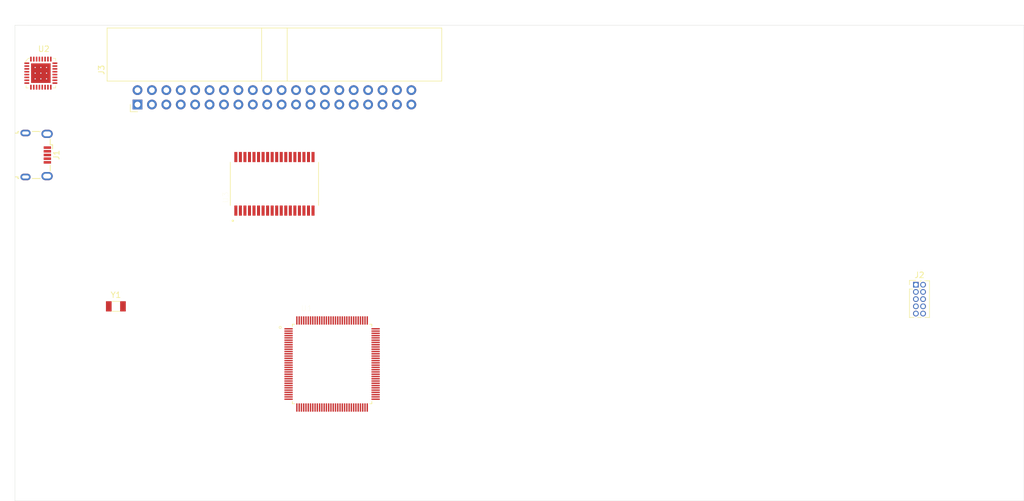
<source format=kicad_pcb>
(kicad_pcb (version 20171130) (host pcbnew "(5.1.5)-3")

  (general
    (thickness 1.6)
    (drawings 5)
    (tracks 0)
    (zones 0)
    (modules 7)
    (nets 213)
  )

  (page A4)
  (layers
    (0 F.Cu signal)
    (31 B.Cu signal)
    (32 B.Adhes user)
    (33 F.Adhes user)
    (34 B.Paste user)
    (35 F.Paste user)
    (36 B.SilkS user)
    (37 F.SilkS user)
    (38 B.Mask user)
    (39 F.Mask user)
    (40 Dwgs.User user)
    (41 Cmts.User user)
    (42 Eco1.User user)
    (43 Eco2.User user)
    (44 Edge.Cuts user)
    (45 Margin user)
    (46 B.CrtYd user)
    (47 F.CrtYd user)
    (48 B.Fab user)
    (49 F.Fab user)
  )

  (setup
    (last_trace_width 0.25)
    (trace_clearance 0.2)
    (zone_clearance 0.508)
    (zone_45_only no)
    (trace_min 0.2)
    (via_size 0.8)
    (via_drill 0.4)
    (via_min_size 0.4)
    (via_min_drill 0.3)
    (uvia_size 0.3)
    (uvia_drill 0.1)
    (uvias_allowed no)
    (uvia_min_size 0.2)
    (uvia_min_drill 0.1)
    (edge_width 0.05)
    (segment_width 0.2)
    (pcb_text_width 0.3)
    (pcb_text_size 1.5 1.5)
    (mod_edge_width 0.12)
    (mod_text_size 1 1)
    (mod_text_width 0.15)
    (pad_size 3.45 3.45)
    (pad_drill 0)
    (pad_to_mask_clearance 0.051)
    (solder_mask_min_width 0.25)
    (aux_axis_origin 0 0)
    (visible_elements 7FFFFFFF)
    (pcbplotparams
      (layerselection 0x010fc_ffffffff)
      (usegerberextensions false)
      (usegerberattributes false)
      (usegerberadvancedattributes false)
      (creategerberjobfile false)
      (excludeedgelayer true)
      (linewidth 0.100000)
      (plotframeref false)
      (viasonmask false)
      (mode 1)
      (useauxorigin false)
      (hpglpennumber 1)
      (hpglpenspeed 20)
      (hpglpendiameter 15.000000)
      (psnegative false)
      (psa4output false)
      (plotreference true)
      (plotvalue true)
      (plotinvisibletext false)
      (padsonsilk false)
      (subtractmaskfromsilk false)
      (outputformat 1)
      (mirror false)
      (drillshape 1)
      (scaleselection 1)
      (outputdirectory ""))
  )

  (net 0 "")
  (net 1 "Net-(J1-Pad6)")
  (net 2 "Net-(J1-Pad5)")
  (net 3 "Net-(J1-Pad4)")
  (net 4 "Net-(J1-Pad1)")
  (net 5 "Net-(J2-Pad8)")
  (net 6 "Net-(J2-Pad7)")
  (net 7 "Net-(J2-Pad6)")
  (net 8 "Net-(J2-Pad3)")
  (net 9 "Net-(J2-Pad4)")
  (net 10 "Net-(J2-Pad2)")
  (net 11 "Net-(J2-Pad1)")
  (net 12 "Net-(J3-Pad40)")
  (net 13 "Net-(J3-Pad39)")
  (net 14 "Net-(J3-Pad38)")
  (net 15 "Net-(J3-Pad6)")
  (net 16 "Net-(U1-Pad95)")
  (net 17 "Net-(U1-Pad94)")
  (net 18 "Net-(U1-Pad93)")
  (net 19 "Net-(U1-Pad92)")
  (net 20 "Net-(U1-Pad91)")
  (net 21 "Net-(U1-Pad89)")
  (net 22 "Net-(U1-Pad88)")
  (net 23 "Net-(U1-Pad87)")
  (net 24 "Net-(U1-Pad86)")
  (net 25 "Net-(U1-Pad85)")
  (net 26 "Net-(U1-Pad84)")
  (net 27 "Net-(U1-Pad83)")
  (net 28 "Net-(U1-Pad82)")
  (net 29 "Net-(U1-Pad81)")
  (net 30 "Net-(U1-Pad80)")
  (net 31 "Net-(U1-Pad79)")
  (net 32 "Net-(U1-Pad77)")
  (net 33 "Net-(U1-Pad76)")
  (net 34 "Net-(U1-Pad75)")
  (net 35 "Net-(U1-Pad74)")
  (net 36 "Net-(U1-Pad73)")
  (net 37 "Net-(U1-Pad72)")
  (net 38 "Net-(U1-Pad71)")
  (net 39 "Net-(U1-Pad70)")
  (net 40 "Net-(U1-Pad69)")
  (net 41 "Net-(U1-Pad68)")
  (net 42 "Net-(U1-Pad67)")
  (net 43 "Net-(U1-Pad66)")
  (net 44 "Net-(U1-Pad65)")
  (net 45 "Net-(U1-Pad32)")
  (net 46 "Net-(U1-Pad30)")
  (net 47 "Net-(U1-Pad29)")
  (net 48 "Net-(U1-Pad28)")
  (net 49 "Net-(U1-Pad27)")
  (net 50 "Net-(U1-Pad26)")
  (net 51 "Net-(U1-Pad24)")
  (net 52 "Net-(U1-Pad23)")
  (net 53 "Net-(U1-Pad22)")
  (net 54 "Net-(U1-Pad21)")
  (net 55 "Net-(U1-Pad20)")
  (net 56 "Net-(U1-Pad19)")
  (net 57 "Net-(U1-Pad18)")
  (net 58 "Net-(U1-Pad17)")
  (net 59 "Net-(U1-Pad16)")
  (net 60 "Net-(U1-Pad15)")
  (net 61 "Net-(U1-Pad14)")
  (net 62 "Net-(U1-Pad13)")
  (net 63 "Net-(U1-Pad12)")
  (net 64 "Net-(U1-Pad11)")
  (net 65 "Net-(U1-Pad10)")
  (net 66 "Net-(U1-Pad9)")
  (net 67 "Net-(U1-Pad8)")
  (net 68 "Net-(U1-Pad7)")
  (net 69 "Net-(U1-Pad6)")
  (net 70 "Net-(U1-Pad5)")
  (net 71 "Net-(U1-Pad4)")
  (net 72 "Net-(U1-Pad3)")
  (net 73 "Net-(C1-Pad2)")
  (net 74 "Net-(U1-Pad127)")
  (net 75 "Net-(U1-Pad126)")
  (net 76 "Net-(U1-Pad125)")
  (net 77 "Net-(U1-Pad124)")
  (net 78 "Net-(U1-Pad123)")
  (net 79 "Net-(U1-Pad122)")
  (net 80 "Net-(U1-Pad121)")
  (net 81 "Net-(U1-Pad120)")
  (net 82 "Net-(U1-Pad119)")
  (net 83 "Net-(U1-Pad118)")
  (net 84 "Net-(U1-Pad117)")
  (net 85 "Net-(U1-Pad116)")
  (net 86 "Net-(U1-Pad115)")
  (net 87 "Net-(U1-Pad114)")
  (net 88 "Net-(U1-Pad113)")
  (net 89 "Net-(U1-Pad112)")
  (net 90 "Net-(U1-Pad111)")
  (net 91 "Net-(U1-Pad110)")
  (net 92 "Net-(U1-Pad109)")
  (net 93 "Net-(U1-Pad108)")
  (net 94 "Net-(U1-Pad107)")
  (net 95 "Net-(U1-Pad105)")
  (net 96 "Net-(U1-Pad104)")
  (net 97 "Net-(U1-Pad103)")
  (net 98 "Net-(U1-Pad102)")
  (net 99 "Net-(U1-Pad101)")
  (net 100 "Net-(U1-Pad100)")
  (net 101 "Net-(U1-Pad99)")
  (net 102 "Net-(U1-Pad98)")
  (net 103 "Net-(U1-Pad97)")
  (net 104 "Net-(U1-Pad61)")
  (net 105 "Net-(U1-Pad60)")
  (net 106 "Net-(U1-Pad59)")
  (net 107 "Net-(U1-Pad58)")
  (net 108 "Net-(U1-Pad57)")
  (net 109 "Net-(U1-Pad56)")
  (net 110 "Net-(U1-Pad55)")
  (net 111 "Net-(U1-Pad54)")
  (net 112 "Net-(U1-Pad52)")
  (net 113 "Net-(U1-Pad51)")
  (net 114 "Net-(U1-Pad50)")
  (net 115 "Net-(U1-Pad49)")
  (net 116 "Net-(U1-Pad48)")
  (net 117 "Net-(U1-Pad47)")
  (net 118 "Net-(U1-Pad46)")
  (net 119 "Net-(U1-Pad44)")
  (net 120 "Net-(U1-Pad43)")
  (net 121 "Net-(U1-Pad42)")
  (net 122 "Net-(U1-Pad41)")
  (net 123 "Net-(U1-Pad40)")
  (net 124 "Net-(U1-Pad39)")
  (net 125 "Net-(U1-Pad37)")
  (net 126 "Net-(U1-Pad36)")
  (net 127 "Net-(U1-Pad35)")
  (net 128 "Net-(U1-Pad34)")
  (net 129 "Net-(U1-Pad33)")
  (net 130 "Net-(U2-Pad32)")
  (net 131 "Net-(U2-Pad31)")
  (net 132 "Net-(U2-Pad29)")
  (net 133 "Net-(U2-Pad28)")
  (net 134 "Net-(U2-Pad27)")
  (net 135 "Net-(U2-Pad26)")
  (net 136 "Net-(U2-Pad24)")
  (net 137 "Net-(U2-Pad23)")
  (net 138 "Net-(U2-Pad22)")
  (net 139 "Net-(U2-Pad21)")
  (net 140 "Net-(U2-Pad20)")
  (net 141 "Net-(U2-Pad1)")
  (net 142 "Net-(U2-Pad18)")
  (net 143 "Net-(U2-Pad16)")
  (net 144 "Net-(U2-Pad13)")
  (net 145 "Net-(U2-Pad12)")
  (net 146 "Net-(U2-Pad11)")
  (net 147 "Net-(U2-Pad10)")
  (net 148 "Net-(U2-Pad8)")
  (net 149 "Net-(U2-Pad7)")
  (net 150 "Net-(U2-Pad6)")
  (net 151 "Net-(U2-Pad5)")
  (net 152 "Net-(U2-Pad4)")
  (net 153 "Net-(U2-Pad3)")
  (net 154 "Net-(U2-Pad33)")
  (net 155 "Net-(U2-Pad9)")
  (net 156 "Net-(U2-Pad17)")
  (net 157 "Net-(U2-Pad25)")
  (net 158 g_3v3)
  (net 159 "Net-(U3-Pad32)")
  (net 160 "Net-(U3-Pad31)")
  (net 161 "Net-(U3-Pad30)")
  (net 162 "Net-(U3-Pad29)")
  (net 163 GND)
  (net 164 "Net-(R1-Pad1)")
  (net 165 /s_USB_INTF.sch/USB_D+)
  (net 166 /s_USB_INTF.sch/USB_D-)
  (net 167 "Net-(C2-Pad1)")
  (net 168 "Net-(C5-Pad2)")
  (net 169 "Net-(C4-Pad2)")
  (net 170 /DEBUG_RX)
  (net 171 "Net-(U2-Pad19)")
  (net 172 /DEBUG_TX)
  (net 173 /s_SCREEN_INTF/TFT_STB)
  (net 174 /s_SCREEN_INTF/D23)
  (net 175 /s_SCREEN_INTF/D22)
  (net 176 /s_SCREEN_INTF/D21)
  (net 177 /s_SCREEN_INTF/D20)
  (net 178 /s_SCREEN_INTF/D19)
  (net 179 /s_SCREEN_INTF/D18)
  (net 180 /s_SCREEN_INTF/D17)
  (net 181 /s_SCREEN_INTF/D16)
  (net 182 /s_SCREEN_INTF/D15)
  (net 183 /s_SCREEN_INTF/D14)
  (net 184 /s_SCREEN_INTF/D13)
  (net 185 /s_SCREEN_INTF/D12)
  (net 186 /s_SCREEN_INTF/D11)
  (net 187 /s_SCREEN_INTF/D10)
  (net 188 /s_SCREEN_INTF/D9)
  (net 189 /s_SCREEN_INTF/D8)
  (net 190 /s_SCREEN_INTF/D7)
  (net 191 /s_SCREEN_INTF/D6)
  (net 192 /s_SCREEN_INTF/D5)
  (net 193 /s_SCREEN_INTF/D4)
  (net 194 /s_SCREEN_INTF/D3)
  (net 195 /s_SCREEN_INTF/D2)
  (net 196 /s_SCREEN_INTF/D1)
  (net 197 /s_SCREEN_INTF/D0)
  (net 198 /s_SCREEN_INTF/TFT_TE)
  (net 199 /s_SCREEN_INTF/~TFT_RD)
  (net 200 /s_SCREEN_INTF/~TFT_WR)
  (net 201 /s_SCREEN_INTF/~TFT_CS)
  (net 202 /s_SCREEN_INTF/TFT_RSDC)
  (net 203 /s_SCREEN_INTF/~TFT_RST)
  (net 204 /s_SCREEN_INTF/TFT_TOUCH_INT)
  (net 205 /s_SCREEN_INTF/TFT_TOUCH_SDA)
  (net 206 /s_SCREEN_INTF/TFT_TOUCH_SCL)
  (net 207 /s_SCREEN_INTF/~IO_EXPANDER_CS)
  (net 208 /s_SCREEN_INTF/MASTER_SPI_MOSI)
  (net 209 /s_SCREEN_INTF/MASTER_SPI_CLK)
  (net 210 /s_SCREEN_INTF/MASTER_SPI_MISO)
  (net 211 "Net-(J2-Pad10)")
  (net 212 "Net-(J2-Pad9)")

  (net_class Default "This is the default net class."
    (clearance 0.2)
    (trace_width 0.25)
    (via_dia 0.8)
    (via_drill 0.4)
    (uvia_dia 0.3)
    (uvia_drill 0.1)
    (add_net /DEBUG_RX)
    (add_net /DEBUG_TX)
    (add_net /s_SCREEN_INTF/D0)
    (add_net /s_SCREEN_INTF/D1)
    (add_net /s_SCREEN_INTF/D10)
    (add_net /s_SCREEN_INTF/D11)
    (add_net /s_SCREEN_INTF/D12)
    (add_net /s_SCREEN_INTF/D13)
    (add_net /s_SCREEN_INTF/D14)
    (add_net /s_SCREEN_INTF/D15)
    (add_net /s_SCREEN_INTF/D16)
    (add_net /s_SCREEN_INTF/D17)
    (add_net /s_SCREEN_INTF/D18)
    (add_net /s_SCREEN_INTF/D19)
    (add_net /s_SCREEN_INTF/D2)
    (add_net /s_SCREEN_INTF/D20)
    (add_net /s_SCREEN_INTF/D21)
    (add_net /s_SCREEN_INTF/D22)
    (add_net /s_SCREEN_INTF/D23)
    (add_net /s_SCREEN_INTF/D3)
    (add_net /s_SCREEN_INTF/D4)
    (add_net /s_SCREEN_INTF/D5)
    (add_net /s_SCREEN_INTF/D6)
    (add_net /s_SCREEN_INTF/D7)
    (add_net /s_SCREEN_INTF/D8)
    (add_net /s_SCREEN_INTF/D9)
    (add_net /s_SCREEN_INTF/MASTER_SPI_CLK)
    (add_net /s_SCREEN_INTF/MASTER_SPI_MISO)
    (add_net /s_SCREEN_INTF/MASTER_SPI_MOSI)
    (add_net /s_SCREEN_INTF/TFT_RSDC)
    (add_net /s_SCREEN_INTF/TFT_STB)
    (add_net /s_SCREEN_INTF/TFT_TE)
    (add_net /s_SCREEN_INTF/TFT_TOUCH_INT)
    (add_net /s_SCREEN_INTF/TFT_TOUCH_SCL)
    (add_net /s_SCREEN_INTF/TFT_TOUCH_SDA)
    (add_net /s_SCREEN_INTF/~IO_EXPANDER_CS)
    (add_net /s_SCREEN_INTF/~TFT_CS)
    (add_net /s_SCREEN_INTF/~TFT_RD)
    (add_net /s_SCREEN_INTF/~TFT_RST)
    (add_net /s_SCREEN_INTF/~TFT_WR)
    (add_net /s_USB_INTF.sch/USB_D+)
    (add_net /s_USB_INTF.sch/USB_D-)
    (add_net GND)
    (add_net "Net-(C1-Pad2)")
    (add_net "Net-(C2-Pad1)")
    (add_net "Net-(C4-Pad2)")
    (add_net "Net-(C5-Pad2)")
    (add_net "Net-(J1-Pad1)")
    (add_net "Net-(J1-Pad4)")
    (add_net "Net-(J1-Pad5)")
    (add_net "Net-(J1-Pad6)")
    (add_net "Net-(J2-Pad1)")
    (add_net "Net-(J2-Pad10)")
    (add_net "Net-(J2-Pad2)")
    (add_net "Net-(J2-Pad3)")
    (add_net "Net-(J2-Pad4)")
    (add_net "Net-(J2-Pad6)")
    (add_net "Net-(J2-Pad7)")
    (add_net "Net-(J2-Pad8)")
    (add_net "Net-(J2-Pad9)")
    (add_net "Net-(J3-Pad38)")
    (add_net "Net-(J3-Pad39)")
    (add_net "Net-(J3-Pad40)")
    (add_net "Net-(J3-Pad6)")
    (add_net "Net-(R1-Pad1)")
    (add_net "Net-(U1-Pad10)")
    (add_net "Net-(U1-Pad100)")
    (add_net "Net-(U1-Pad101)")
    (add_net "Net-(U1-Pad102)")
    (add_net "Net-(U1-Pad103)")
    (add_net "Net-(U1-Pad104)")
    (add_net "Net-(U1-Pad105)")
    (add_net "Net-(U1-Pad107)")
    (add_net "Net-(U1-Pad108)")
    (add_net "Net-(U1-Pad109)")
    (add_net "Net-(U1-Pad11)")
    (add_net "Net-(U1-Pad110)")
    (add_net "Net-(U1-Pad111)")
    (add_net "Net-(U1-Pad112)")
    (add_net "Net-(U1-Pad113)")
    (add_net "Net-(U1-Pad114)")
    (add_net "Net-(U1-Pad115)")
    (add_net "Net-(U1-Pad116)")
    (add_net "Net-(U1-Pad117)")
    (add_net "Net-(U1-Pad118)")
    (add_net "Net-(U1-Pad119)")
    (add_net "Net-(U1-Pad12)")
    (add_net "Net-(U1-Pad120)")
    (add_net "Net-(U1-Pad121)")
    (add_net "Net-(U1-Pad122)")
    (add_net "Net-(U1-Pad123)")
    (add_net "Net-(U1-Pad124)")
    (add_net "Net-(U1-Pad125)")
    (add_net "Net-(U1-Pad126)")
    (add_net "Net-(U1-Pad127)")
    (add_net "Net-(U1-Pad13)")
    (add_net "Net-(U1-Pad14)")
    (add_net "Net-(U1-Pad15)")
    (add_net "Net-(U1-Pad16)")
    (add_net "Net-(U1-Pad17)")
    (add_net "Net-(U1-Pad18)")
    (add_net "Net-(U1-Pad19)")
    (add_net "Net-(U1-Pad20)")
    (add_net "Net-(U1-Pad21)")
    (add_net "Net-(U1-Pad22)")
    (add_net "Net-(U1-Pad23)")
    (add_net "Net-(U1-Pad24)")
    (add_net "Net-(U1-Pad26)")
    (add_net "Net-(U1-Pad27)")
    (add_net "Net-(U1-Pad28)")
    (add_net "Net-(U1-Pad29)")
    (add_net "Net-(U1-Pad3)")
    (add_net "Net-(U1-Pad30)")
    (add_net "Net-(U1-Pad32)")
    (add_net "Net-(U1-Pad33)")
    (add_net "Net-(U1-Pad34)")
    (add_net "Net-(U1-Pad35)")
    (add_net "Net-(U1-Pad36)")
    (add_net "Net-(U1-Pad37)")
    (add_net "Net-(U1-Pad39)")
    (add_net "Net-(U1-Pad4)")
    (add_net "Net-(U1-Pad40)")
    (add_net "Net-(U1-Pad41)")
    (add_net "Net-(U1-Pad42)")
    (add_net "Net-(U1-Pad43)")
    (add_net "Net-(U1-Pad44)")
    (add_net "Net-(U1-Pad46)")
    (add_net "Net-(U1-Pad47)")
    (add_net "Net-(U1-Pad48)")
    (add_net "Net-(U1-Pad49)")
    (add_net "Net-(U1-Pad5)")
    (add_net "Net-(U1-Pad50)")
    (add_net "Net-(U1-Pad51)")
    (add_net "Net-(U1-Pad52)")
    (add_net "Net-(U1-Pad54)")
    (add_net "Net-(U1-Pad55)")
    (add_net "Net-(U1-Pad56)")
    (add_net "Net-(U1-Pad57)")
    (add_net "Net-(U1-Pad58)")
    (add_net "Net-(U1-Pad59)")
    (add_net "Net-(U1-Pad6)")
    (add_net "Net-(U1-Pad60)")
    (add_net "Net-(U1-Pad61)")
    (add_net "Net-(U1-Pad65)")
    (add_net "Net-(U1-Pad66)")
    (add_net "Net-(U1-Pad67)")
    (add_net "Net-(U1-Pad68)")
    (add_net "Net-(U1-Pad69)")
    (add_net "Net-(U1-Pad7)")
    (add_net "Net-(U1-Pad70)")
    (add_net "Net-(U1-Pad71)")
    (add_net "Net-(U1-Pad72)")
    (add_net "Net-(U1-Pad73)")
    (add_net "Net-(U1-Pad74)")
    (add_net "Net-(U1-Pad75)")
    (add_net "Net-(U1-Pad76)")
    (add_net "Net-(U1-Pad77)")
    (add_net "Net-(U1-Pad79)")
    (add_net "Net-(U1-Pad8)")
    (add_net "Net-(U1-Pad80)")
    (add_net "Net-(U1-Pad81)")
    (add_net "Net-(U1-Pad82)")
    (add_net "Net-(U1-Pad83)")
    (add_net "Net-(U1-Pad84)")
    (add_net "Net-(U1-Pad85)")
    (add_net "Net-(U1-Pad86)")
    (add_net "Net-(U1-Pad87)")
    (add_net "Net-(U1-Pad88)")
    (add_net "Net-(U1-Pad89)")
    (add_net "Net-(U1-Pad9)")
    (add_net "Net-(U1-Pad91)")
    (add_net "Net-(U1-Pad92)")
    (add_net "Net-(U1-Pad93)")
    (add_net "Net-(U1-Pad94)")
    (add_net "Net-(U1-Pad95)")
    (add_net "Net-(U1-Pad97)")
    (add_net "Net-(U1-Pad98)")
    (add_net "Net-(U1-Pad99)")
    (add_net "Net-(U2-Pad1)")
    (add_net "Net-(U2-Pad10)")
    (add_net "Net-(U2-Pad11)")
    (add_net "Net-(U2-Pad12)")
    (add_net "Net-(U2-Pad13)")
    (add_net "Net-(U2-Pad16)")
    (add_net "Net-(U2-Pad17)")
    (add_net "Net-(U2-Pad18)")
    (add_net "Net-(U2-Pad19)")
    (add_net "Net-(U2-Pad20)")
    (add_net "Net-(U2-Pad21)")
    (add_net "Net-(U2-Pad22)")
    (add_net "Net-(U2-Pad23)")
    (add_net "Net-(U2-Pad24)")
    (add_net "Net-(U2-Pad25)")
    (add_net "Net-(U2-Pad26)")
    (add_net "Net-(U2-Pad27)")
    (add_net "Net-(U2-Pad28)")
    (add_net "Net-(U2-Pad29)")
    (add_net "Net-(U2-Pad3)")
    (add_net "Net-(U2-Pad31)")
    (add_net "Net-(U2-Pad32)")
    (add_net "Net-(U2-Pad33)")
    (add_net "Net-(U2-Pad4)")
    (add_net "Net-(U2-Pad5)")
    (add_net "Net-(U2-Pad6)")
    (add_net "Net-(U2-Pad7)")
    (add_net "Net-(U2-Pad8)")
    (add_net "Net-(U2-Pad9)")
    (add_net "Net-(U3-Pad29)")
    (add_net "Net-(U3-Pad30)")
    (add_net "Net-(U3-Pad31)")
    (add_net "Net-(U3-Pad32)")
    (add_net g_3v3)
  )

  (module Connector_PinHeader_1.27mm:PinHeader_2x05_P1.27mm_Vertical (layer F.Cu) (tedit 59FED6E3) (tstamp 5E75429F)
    (at 209.55 96.52)
    (descr "Through hole straight pin header, 2x05, 1.27mm pitch, double rows")
    (tags "Through hole pin header THT 2x05 1.27mm double row")
    (path /5E805E4F/5EA1E350)
    (fp_text reference J2 (at 0.635 -1.695) (layer F.SilkS)
      (effects (font (size 1 1) (thickness 0.15)))
    )
    (fp_text value Conn_ARM_JTAG_SWD_10 (at 0.635 6.775) (layer F.Fab)
      (effects (font (size 1 1) (thickness 0.15)))
    )
    (fp_text user %R (at 0.635 2.54 90) (layer F.Fab)
      (effects (font (size 1 1) (thickness 0.15)))
    )
    (fp_line (start 2.85 -1.15) (end -1.6 -1.15) (layer F.CrtYd) (width 0.05))
    (fp_line (start 2.85 6.25) (end 2.85 -1.15) (layer F.CrtYd) (width 0.05))
    (fp_line (start -1.6 6.25) (end 2.85 6.25) (layer F.CrtYd) (width 0.05))
    (fp_line (start -1.6 -1.15) (end -1.6 6.25) (layer F.CrtYd) (width 0.05))
    (fp_line (start -1.13 -0.76) (end 0 -0.76) (layer F.SilkS) (width 0.12))
    (fp_line (start -1.13 0) (end -1.13 -0.76) (layer F.SilkS) (width 0.12))
    (fp_line (start 1.57753 -0.695) (end 2.4 -0.695) (layer F.SilkS) (width 0.12))
    (fp_line (start 0.76 -0.695) (end 0.96247 -0.695) (layer F.SilkS) (width 0.12))
    (fp_line (start 0.76 -0.563471) (end 0.76 -0.695) (layer F.SilkS) (width 0.12))
    (fp_line (start 0.76 0.706529) (end 0.76 0.563471) (layer F.SilkS) (width 0.12))
    (fp_line (start 0.563471 0.76) (end 0.706529 0.76) (layer F.SilkS) (width 0.12))
    (fp_line (start -1.13 0.76) (end -0.563471 0.76) (layer F.SilkS) (width 0.12))
    (fp_line (start 2.4 -0.695) (end 2.4 5.775) (layer F.SilkS) (width 0.12))
    (fp_line (start -1.13 0.76) (end -1.13 5.775) (layer F.SilkS) (width 0.12))
    (fp_line (start 0.30753 5.775) (end 0.96247 5.775) (layer F.SilkS) (width 0.12))
    (fp_line (start 1.57753 5.775) (end 2.4 5.775) (layer F.SilkS) (width 0.12))
    (fp_line (start -1.13 5.775) (end -0.30753 5.775) (layer F.SilkS) (width 0.12))
    (fp_line (start -1.07 0.2175) (end -0.2175 -0.635) (layer F.Fab) (width 0.1))
    (fp_line (start -1.07 5.715) (end -1.07 0.2175) (layer F.Fab) (width 0.1))
    (fp_line (start 2.34 5.715) (end -1.07 5.715) (layer F.Fab) (width 0.1))
    (fp_line (start 2.34 -0.635) (end 2.34 5.715) (layer F.Fab) (width 0.1))
    (fp_line (start -0.2175 -0.635) (end 2.34 -0.635) (layer F.Fab) (width 0.1))
    (pad 10 thru_hole oval (at 1.27 5.08) (size 1 1) (drill 0.65) (layers *.Cu *.Mask)
      (net 211 "Net-(J2-Pad10)"))
    (pad 9 thru_hole oval (at 0 5.08) (size 1 1) (drill 0.65) (layers *.Cu *.Mask)
      (net 212 "Net-(J2-Pad9)"))
    (pad 8 thru_hole oval (at 1.27 3.81) (size 1 1) (drill 0.65) (layers *.Cu *.Mask)
      (net 5 "Net-(J2-Pad8)"))
    (pad 7 thru_hole oval (at 0 3.81) (size 1 1) (drill 0.65) (layers *.Cu *.Mask)
      (net 6 "Net-(J2-Pad7)"))
    (pad 6 thru_hole oval (at 1.27 2.54) (size 1 1) (drill 0.65) (layers *.Cu *.Mask)
      (net 7 "Net-(J2-Pad6)"))
    (pad 5 thru_hole oval (at 0 2.54) (size 1 1) (drill 0.65) (layers *.Cu *.Mask)
      (net 8 "Net-(J2-Pad3)"))
    (pad 4 thru_hole oval (at 1.27 1.27) (size 1 1) (drill 0.65) (layers *.Cu *.Mask)
      (net 9 "Net-(J2-Pad4)"))
    (pad 3 thru_hole oval (at 0 1.27) (size 1 1) (drill 0.65) (layers *.Cu *.Mask)
      (net 8 "Net-(J2-Pad3)"))
    (pad 2 thru_hole oval (at 1.27 0) (size 1 1) (drill 0.65) (layers *.Cu *.Mask)
      (net 10 "Net-(J2-Pad2)"))
    (pad 1 thru_hole rect (at 0 0) (size 1 1) (drill 0.65) (layers *.Cu *.Mask)
      (net 11 "Net-(J2-Pad1)"))
    (model ${KISYS3DMOD}/Connector_PinHeader_1.27mm.3dshapes/PinHeader_2x05_P1.27mm_Vertical.wrl
      (at (xyz 0 0 0))
      (scale (xyz 1 1 1))
      (rotate (xyz 0 0 0))
    )
  )

  (module Crystal:Crystal_SMD_3215-2Pin_3.2x1.5mm (layer F.Cu) (tedit 5A0FD1B2) (tstamp 5E752FF8)
    (at 68.58 100.33)
    (descr "SMD Crystal FC-135 https://support.epson.biz/td/api/doc_check.php?dl=brief_FC-135R_en.pdf")
    (tags "SMD SMT Crystal")
    (path /5E805E4F/5E75D825)
    (attr smd)
    (fp_text reference Y1 (at 0 -2) (layer F.SilkS)
      (effects (font (size 1 1) (thickness 0.15)))
    )
    (fp_text value XOSC32 (at 0 2) (layer F.Fab)
      (effects (font (size 1 1) (thickness 0.15)))
    )
    (fp_line (start 2 -1.15) (end 2 1.15) (layer F.CrtYd) (width 0.05))
    (fp_line (start -2 -1.15) (end -2 1.15) (layer F.CrtYd) (width 0.05))
    (fp_line (start -2 1.15) (end 2 1.15) (layer F.CrtYd) (width 0.05))
    (fp_line (start -1.6 0.75) (end 1.6 0.75) (layer F.Fab) (width 0.1))
    (fp_line (start -1.6 -0.75) (end 1.6 -0.75) (layer F.Fab) (width 0.1))
    (fp_line (start 1.6 -0.75) (end 1.6 0.75) (layer F.Fab) (width 0.1))
    (fp_line (start -0.675 -0.875) (end 0.675 -0.875) (layer F.SilkS) (width 0.12))
    (fp_line (start -0.675 0.875) (end 0.675 0.875) (layer F.SilkS) (width 0.12))
    (fp_line (start -1.6 -0.75) (end -1.6 0.75) (layer F.Fab) (width 0.1))
    (fp_line (start -2 -1.15) (end 2 -1.15) (layer F.CrtYd) (width 0.05))
    (fp_text user %R (at 0 -2) (layer F.Fab)
      (effects (font (size 1 1) (thickness 0.15)))
    )
    (pad 2 smd rect (at -1.25 0) (size 1 1.8) (layers F.Cu F.Paste F.Mask)
      (net 73 "Net-(C1-Pad2)"))
    (pad 1 smd rect (at 1.25 0) (size 1 1.8) (layers F.Cu F.Paste F.Mask)
      (net 167 "Net-(C2-Pad1)"))
    (model ${KISYS3DMOD}/Crystal.3dshapes/Crystal_SMD_3215-2Pin_3.2x1.5mm.wrl
      (at (xyz 0 0 0))
      (scale (xyz 1 1 1))
      (rotate (xyz 0 0 0))
    )
  )

  (module proj_modules:SOP80P1030X264-36N (layer F.Cu) (tedit 5E702418) (tstamp 5E752FE7)
    (at 96.52 78.74 90)
    (path /5E8589A7/5E86D6D7)
    (fp_text reference U3 (at -2.415 -8.587 90) (layer F.SilkS)
      (effects (font (size 1 1) (thickness 0.015)))
    )
    (fp_text value MAX7301AAX+ (at 5.84 8.587 90) (layer F.Fab)
      (effects (font (size 1 1) (thickness 0.015)))
    )
    (fp_line (start 5.865 -8.025) (end 5.865 8.025) (layer F.CrtYd) (width 0.05))
    (fp_line (start -5.865 -8.025) (end -5.865 8.025) (layer F.CrtYd) (width 0.05))
    (fp_line (start -5.865 8.025) (end 5.865 8.025) (layer F.CrtYd) (width 0.05))
    (fp_line (start -5.865 -8.025) (end 5.865 -8.025) (layer F.CrtYd) (width 0.05))
    (fp_line (start 3.8 -7.775) (end 3.8 7.775) (layer F.Fab) (width 0.127))
    (fp_line (start -3.8 -7.775) (end -3.8 7.775) (layer F.Fab) (width 0.127))
    (fp_line (start -3.8 7.775) (end 3.8 7.775) (layer F.SilkS) (width 0.127))
    (fp_line (start -3.8 -7.775) (end 3.8 -7.775) (layer F.SilkS) (width 0.127))
    (fp_line (start -3.8 7.775) (end 3.8 7.775) (layer F.Fab) (width 0.127))
    (fp_line (start -3.8 -7.775) (end 3.8 -7.775) (layer F.Fab) (width 0.127))
    (fp_circle (center -6.51 -7.34) (end -6.41 -7.34) (layer F.Fab) (width 0.2))
    (fp_circle (center -6.51 -7.34) (end -6.41 -7.34) (layer F.SilkS) (width 0.2))
    (pad 36 smd rect (at 4.72 -6.8 90) (size 1.79 0.54) (layers F.Cu F.Paste F.Mask)
      (net 158 g_3v3))
    (pad 35 smd rect (at 4.72 -6 90) (size 1.79 0.54) (layers F.Cu F.Paste F.Mask)
      (net 207 /s_SCREEN_INTF/~IO_EXPANDER_CS))
    (pad 34 smd rect (at 4.72 -5.2 90) (size 1.79 0.54) (layers F.Cu F.Paste F.Mask)
      (net 208 /s_SCREEN_INTF/MASTER_SPI_MOSI))
    (pad 33 smd rect (at 4.72 -4.4 90) (size 1.79 0.54) (layers F.Cu F.Paste F.Mask)
      (net 209 /s_SCREEN_INTF/MASTER_SPI_CLK))
    (pad 32 smd rect (at 4.72 -3.6 90) (size 1.79 0.54) (layers F.Cu F.Paste F.Mask)
      (net 159 "Net-(U3-Pad32)"))
    (pad 31 smd rect (at 4.72 -2.8 90) (size 1.79 0.54) (layers F.Cu F.Paste F.Mask)
      (net 160 "Net-(U3-Pad31)"))
    (pad 30 smd rect (at 4.72 -2 90) (size 1.79 0.54) (layers F.Cu F.Paste F.Mask)
      (net 161 "Net-(U3-Pad30)"))
    (pad 29 smd rect (at 4.72 -1.2 90) (size 1.79 0.54) (layers F.Cu F.Paste F.Mask)
      (net 162 "Net-(U3-Pad29)"))
    (pad 28 smd rect (at 4.72 -0.4 90) (size 1.79 0.54) (layers F.Cu F.Paste F.Mask)
      (net 174 /s_SCREEN_INTF/D23))
    (pad 27 smd rect (at 4.72 0.4 90) (size 1.79 0.54) (layers F.Cu F.Paste F.Mask)
      (net 175 /s_SCREEN_INTF/D22))
    (pad 26 smd rect (at 4.72 1.2 90) (size 1.79 0.54) (layers F.Cu F.Paste F.Mask)
      (net 176 /s_SCREEN_INTF/D21))
    (pad 25 smd rect (at 4.72 2 90) (size 1.79 0.54) (layers F.Cu F.Paste F.Mask)
      (net 177 /s_SCREEN_INTF/D20))
    (pad 24 smd rect (at 4.72 2.8 90) (size 1.79 0.54) (layers F.Cu F.Paste F.Mask)
      (net 178 /s_SCREEN_INTF/D19))
    (pad 23 smd rect (at 4.72 3.6 90) (size 1.79 0.54) (layers F.Cu F.Paste F.Mask)
      (net 179 /s_SCREEN_INTF/D18))
    (pad 22 smd rect (at 4.72 4.4 90) (size 1.79 0.54) (layers F.Cu F.Paste F.Mask)
      (net 180 /s_SCREEN_INTF/D17))
    (pad 21 smd rect (at 4.72 5.2 90) (size 1.79 0.54) (layers F.Cu F.Paste F.Mask)
      (net 181 /s_SCREEN_INTF/D16))
    (pad 20 smd rect (at 4.72 6 90) (size 1.79 0.54) (layers F.Cu F.Paste F.Mask)
      (net 182 /s_SCREEN_INTF/D15))
    (pad 19 smd rect (at 4.72 6.8 90) (size 1.79 0.54) (layers F.Cu F.Paste F.Mask)
      (net 183 /s_SCREEN_INTF/D14))
    (pad 18 smd rect (at -4.72 6.8 90) (size 1.79 0.54) (layers F.Cu F.Paste F.Mask)
      (net 184 /s_SCREEN_INTF/D13))
    (pad 17 smd rect (at -4.72 6 90) (size 1.79 0.54) (layers F.Cu F.Paste F.Mask)
      (net 185 /s_SCREEN_INTF/D12))
    (pad 16 smd rect (at -4.72 5.2 90) (size 1.79 0.54) (layers F.Cu F.Paste F.Mask)
      (net 186 /s_SCREEN_INTF/D11))
    (pad 15 smd rect (at -4.72 4.4 90) (size 1.79 0.54) (layers F.Cu F.Paste F.Mask)
      (net 187 /s_SCREEN_INTF/D10))
    (pad 14 smd rect (at -4.72 3.6 90) (size 1.79 0.54) (layers F.Cu F.Paste F.Mask)
      (net 188 /s_SCREEN_INTF/D9))
    (pad 13 smd rect (at -4.72 2.8 90) (size 1.79 0.54) (layers F.Cu F.Paste F.Mask)
      (net 189 /s_SCREEN_INTF/D8))
    (pad 12 smd rect (at -4.72 2 90) (size 1.79 0.54) (layers F.Cu F.Paste F.Mask)
      (net 190 /s_SCREEN_INTF/D7))
    (pad 11 smd rect (at -4.72 1.2 90) (size 1.79 0.54) (layers F.Cu F.Paste F.Mask)
      (net 191 /s_SCREEN_INTF/D6))
    (pad 10 smd rect (at -4.72 0.4 90) (size 1.79 0.54) (layers F.Cu F.Paste F.Mask)
      (net 192 /s_SCREEN_INTF/D5))
    (pad 9 smd rect (at -4.72 -0.4 90) (size 1.79 0.54) (layers F.Cu F.Paste F.Mask)
      (net 193 /s_SCREEN_INTF/D4))
    (pad 8 smd rect (at -4.72 -1.2 90) (size 1.79 0.54) (layers F.Cu F.Paste F.Mask)
      (net 194 /s_SCREEN_INTF/D3))
    (pad 7 smd rect (at -4.72 -2 90) (size 1.79 0.54) (layers F.Cu F.Paste F.Mask)
      (net 195 /s_SCREEN_INTF/D2))
    (pad 6 smd rect (at -4.72 -2.8 90) (size 1.79 0.54) (layers F.Cu F.Paste F.Mask)
      (net 196 /s_SCREEN_INTF/D1))
    (pad 5 smd rect (at -4.72 -3.6 90) (size 1.79 0.54) (layers F.Cu F.Paste F.Mask)
      (net 197 /s_SCREEN_INTF/D0))
    (pad 4 smd rect (at -4.72 -4.4 90) (size 1.79 0.54) (layers F.Cu F.Paste F.Mask)
      (net 210 /s_SCREEN_INTF/MASTER_SPI_MISO))
    (pad 3 smd rect (at -4.72 -5.2 90) (size 1.79 0.54) (layers F.Cu F.Paste F.Mask)
      (net 163 GND))
    (pad 2 smd rect (at -4.72 -6 90) (size 1.79 0.54) (layers F.Cu F.Paste F.Mask)
      (net 163 GND))
    (pad 1 smd rect (at -4.72 -6.8 90) (size 1.79 0.54) (layers F.Cu F.Paste F.Mask)
      (net 164 "Net-(R1-Pad1)"))
  )

  (module digikey-footprints:QFN-32-1EP_5x5mm (layer F.Cu) (tedit 5D2895FE) (tstamp 5E752FB3)
    (at 55.88 59.69)
    (path /5E7C0F59/5E84744C)
    (attr smd)
    (fp_text reference U2 (at 0 -4.71) (layer F.SilkS)
      (effects (font (size 1 1) (thickness 0.15)))
    )
    (fp_text value FT232RQ-REEL (at 0 4.51) (layer F.Fab)
      (effects (font (size 1 1) (thickness 0.15)))
    )
    (fp_line (start 1.98 2.05) (end -3.02 2.05) (layer F.Fab) (width 0.1))
    (fp_line (start 1.98 -2.95) (end 1.98 2.05) (layer F.Fab) (width 0.1))
    (fp_line (start 2.08 2.15) (end 1.68 2.15) (layer F.SilkS) (width 0.1))
    (fp_line (start 2.08 1.75) (end 2.08 2.15) (layer F.SilkS) (width 0.1))
    (fp_line (start 2.08 -3.05) (end 2.08 -2.65) (layer F.SilkS) (width 0.1))
    (fp_line (start 2.08 -3.05) (end 1.68 -3.05) (layer F.SilkS) (width 0.1))
    (fp_line (start -3.12 2.15) (end -3.12 1.75) (layer F.SilkS) (width 0.1))
    (fp_line (start -2.72 2.15) (end -3.12 2.15) (layer F.SilkS) (width 0.1))
    (fp_line (start -2.62 -2.95) (end -3.02 -2.55) (layer F.Fab) (width 0.1))
    (fp_line (start -3.02 -2.55) (end -3.02 2.05) (layer F.Fab) (width 0.1))
    (fp_line (start -2.62 -2.95) (end 1.98 -2.95) (layer F.Fab) (width 0.1))
    (fp_line (start -3.12 -2.45) (end -3.32 -2.45) (layer F.SilkS) (width 0.1))
    (fp_line (start -3.12 -2.65) (end -3.12 -2.45) (layer F.SilkS) (width 0.1))
    (fp_line (start -2.72 -3.05) (end -3.12 -2.65) (layer F.SilkS) (width 0.1))
    (fp_line (start -2.52 -3.05) (end -2.72 -3.05) (layer F.SilkS) (width 0.1))
    (fp_text user %R (at -0.52 -0.45) (layer F.Fab)
      (effects (font (size 1 1) (thickness 0.15)))
    )
    (fp_line (start 2.61 2.68) (end -3.65 2.68) (layer F.CrtYd) (width 0.05))
    (fp_line (start 2.61 -3.58) (end -3.65 -3.58) (layer F.CrtYd) (width 0.05))
    (fp_line (start 2.61 -3.58) (end 2.61 2.68) (layer F.CrtYd) (width 0.05))
    (fp_line (start -3.65 2.68) (end -3.65 -3.58) (layer F.CrtYd) (width 0.05))
    (pad 32 smd rect (at -2.27 -2.925 270) (size 0.85 0.28) (layers F.Cu F.Paste F.Mask)
      (net 130 "Net-(U2-Pad32)") (solder_mask_margin 0.07))
    (pad 31 smd rect (at -1.77 -2.925 270) (size 0.85 0.28) (layers F.Cu F.Paste F.Mask)
      (net 131 "Net-(U2-Pad31)") (solder_mask_margin 0.07))
    (pad 30 smd rect (at -1.27 -2.925 270) (size 0.85 0.28) (layers F.Cu F.Paste F.Mask)
      (net 170 /DEBUG_RX) (solder_mask_margin 0.07))
    (pad 29 smd rect (at -0.77 -2.925 270) (size 0.85 0.28) (layers F.Cu F.Paste F.Mask)
      (net 132 "Net-(U2-Pad29)") (solder_mask_margin 0.07))
    (pad 28 smd rect (at -0.27 -2.925 270) (size 0.85 0.28) (layers F.Cu F.Paste F.Mask)
      (net 133 "Net-(U2-Pad28)") (solder_mask_margin 0.07))
    (pad 27 smd rect (at 0.23 -2.925 270) (size 0.85 0.28) (layers F.Cu F.Paste F.Mask)
      (net 134 "Net-(U2-Pad27)") (solder_mask_margin 0.07))
    (pad 26 smd rect (at 0.73 -2.925 270) (size 0.85 0.28) (layers F.Cu F.Paste F.Mask)
      (net 135 "Net-(U2-Pad26)") (solder_mask_margin 0.07))
    (pad 24 smd rect (at 1.955 -2.2 270) (size 0.28 0.85) (layers F.Cu F.Paste F.Mask)
      (net 136 "Net-(U2-Pad24)") (solder_mask_margin 0.07))
    (pad 23 smd rect (at 1.955 -1.7 270) (size 0.28 0.85) (layers F.Cu F.Paste F.Mask)
      (net 137 "Net-(U2-Pad23)") (solder_mask_margin 0.07))
    (pad 22 smd rect (at 1.955 -1.2 270) (size 0.28 0.85) (layers F.Cu F.Paste F.Mask)
      (net 138 "Net-(U2-Pad22)") (solder_mask_margin 0.07))
    (pad 21 smd rect (at 1.955 -0.7 270) (size 0.28 0.85) (layers F.Cu F.Paste F.Mask)
      (net 139 "Net-(U2-Pad21)") (solder_mask_margin 0.07))
    (pad 20 smd rect (at 1.955 -0.2 270) (size 0.28 0.85) (layers F.Cu F.Paste F.Mask)
      (net 140 "Net-(U2-Pad20)") (solder_mask_margin 0.07))
    (pad 19 smd rect (at 1.955 0.3 270) (size 0.28 0.85) (layers F.Cu F.Paste F.Mask)
      (net 171 "Net-(U2-Pad19)") (solder_mask_margin 0.07))
    (pad 18 smd rect (at 1.955 0.8 270) (size 0.28 0.85) (layers F.Cu F.Paste F.Mask)
      (net 142 "Net-(U2-Pad18)") (solder_mask_margin 0.07))
    (pad 16 smd rect (at 1.23 2.025 270) (size 0.85 0.28) (layers F.Cu F.Paste F.Mask)
      (net 143 "Net-(U2-Pad16)") (solder_mask_margin 0.07))
    (pad 15 smd rect (at 0.73 2.025 270) (size 0.85 0.28) (layers F.Cu F.Paste F.Mask)
      (net 166 /s_USB_INTF.sch/USB_D-) (solder_mask_margin 0.07))
    (pad 14 smd rect (at 0.23 2.025 270) (size 0.85 0.28) (layers F.Cu F.Paste F.Mask)
      (net 165 /s_USB_INTF.sch/USB_D+) (solder_mask_margin 0.07))
    (pad 13 smd rect (at -0.27 2.025 270) (size 0.85 0.28) (layers F.Cu F.Paste F.Mask)
      (net 144 "Net-(U2-Pad13)") (solder_mask_margin 0.07))
    (pad 12 smd rect (at -0.77 2.025 270) (size 0.85 0.28) (layers F.Cu F.Paste F.Mask)
      (net 145 "Net-(U2-Pad12)") (solder_mask_margin 0.07))
    (pad 11 smd rect (at -1.27 2.025 270) (size 0.85 0.28) (layers F.Cu F.Paste F.Mask)
      (net 146 "Net-(U2-Pad11)") (solder_mask_margin 0.07))
    (pad 10 smd rect (at -1.77 2.025 270) (size 0.85 0.28) (layers F.Cu F.Paste F.Mask)
      (net 147 "Net-(U2-Pad10)") (solder_mask_margin 0.07))
    (pad 8 smd rect (at -2.995 1.3 270) (size 0.28 0.85) (layers F.Cu F.Paste F.Mask)
      (net 148 "Net-(U2-Pad8)") (solder_mask_margin 0.07))
    (pad 7 smd rect (at -2.995 0.8 270) (size 0.28 0.85) (layers F.Cu F.Paste F.Mask)
      (net 149 "Net-(U2-Pad7)") (solder_mask_margin 0.07))
    (pad 6 smd rect (at -2.995 0.3 270) (size 0.28 0.85) (layers F.Cu F.Paste F.Mask)
      (net 150 "Net-(U2-Pad6)") (solder_mask_margin 0.07))
    (pad 5 smd rect (at -2.995 -0.2 270) (size 0.28 0.85) (layers F.Cu F.Paste F.Mask)
      (net 151 "Net-(U2-Pad5)") (solder_mask_margin 0.07))
    (pad 4 smd rect (at -2.995 -0.7 270) (size 0.28 0.85) (layers F.Cu F.Paste F.Mask)
      (net 152 "Net-(U2-Pad4)") (solder_mask_margin 0.07))
    (pad 3 smd rect (at -2.995 -1.2 270) (size 0.28 0.85) (layers F.Cu F.Paste F.Mask)
      (net 153 "Net-(U2-Pad3)") (solder_mask_margin 0.07))
    (pad 2 smd rect (at -2.995 -1.7 270) (size 0.28 0.85) (layers F.Cu F.Paste F.Mask)
      (net 172 /DEBUG_TX) (solder_mask_margin 0.07))
    (pad 1 smd rect (at -2.995 -2.2 270) (size 0.28 0.85) (layers F.Cu F.Paste F.Mask)
      (net 141 "Net-(U2-Pad1)") (solder_mask_margin 0.07))
    (pad 33 thru_hole circle (at -1.52 0.55 270) (size 0.2 0.2) (drill 0.2) (layers *.Cu *.Mask)
      (net 154 "Net-(U2-Pad33)") (solder_mask_margin 0.1))
    (pad 33 thru_hole circle (at -1.52 -0.45 270) (size 0.2 0.2) (drill 0.2) (layers *.Cu *.Mask)
      (net 154 "Net-(U2-Pad33)") (solder_mask_margin 0.1))
    (pad 33 thru_hole circle (at -1.52 -1.45 270) (size 0.2 0.2) (drill 0.2) (layers *.Cu *.Mask)
      (net 154 "Net-(U2-Pad33)") (solder_mask_margin 0.1))
    (pad 33 thru_hole circle (at -0.52 0.55 270) (size 0.2 0.2) (drill 0.2) (layers *.Cu *.Mask)
      (net 154 "Net-(U2-Pad33)") (solder_mask_margin 0.1))
    (pad 33 thru_hole circle (at -0.52 -0.45 270) (size 0.2 0.2) (drill 0.2) (layers *.Cu *.Mask)
      (net 154 "Net-(U2-Pad33)") (solder_mask_margin 0.1))
    (pad 33 thru_hole circle (at -0.52 -1.45 270) (size 0.2 0.2) (drill 0.2) (layers *.Cu *.Mask)
      (net 154 "Net-(U2-Pad33)") (solder_mask_margin 0.1))
    (pad 33 thru_hole circle (at 0.48 0.55 270) (size 0.2 0.2) (drill 0.2) (layers *.Cu *.Mask)
      (net 154 "Net-(U2-Pad33)") (solder_mask_margin 0.1))
    (pad 33 thru_hole circle (at 0.48 -0.45 270) (size 0.2 0.2) (drill 0.2) (layers *.Cu *.Mask)
      (net 154 "Net-(U2-Pad33)") (solder_mask_margin 0.1))
    (pad 33 thru_hole circle (at 0.48 -1.45 270) (size 0.2 0.2) (drill 0.2) (layers *.Cu *.Mask)
      (net 154 "Net-(U2-Pad33)") (solder_mask_margin 0.1))
    (pad 33 smd rect (at -0.52 -0.45 270) (size 3.45 3.45) (layers F.Cu F.Paste F.Mask)
      (net 154 "Net-(U2-Pad33)"))
    (pad 9 smd rect (at -2.27 2.025 270) (size 0.85 0.28) (layers F.Cu F.Paste F.Mask)
      (net 155 "Net-(U2-Pad9)") (solder_mask_margin 0.07))
    (pad 17 smd rect (at 1.955 1.3 270) (size 0.28 0.85) (layers F.Cu F.Paste F.Mask)
      (net 156 "Net-(U2-Pad17)") (solder_mask_margin 0.07))
    (pad 25 smd rect (at 1.23 -2.925 270) (size 0.85 0.28) (layers F.Cu F.Paste F.Mask)
      (net 157 "Net-(U2-Pad25)") (solder_mask_margin 0.07))
  )

  (module penguin:QFP40P1600X1600X120-128N_ATSAME54P20A (layer F.Cu) (tedit 5E6D9777) (tstamp 5E752F71)
    (at 106.68 110.49)
    (path /5E7872D3/5E84F3B3)
    (fp_text reference U1 (at -4.500975 -9.803025) (layer F.SilkS)
      (effects (font (size 1.001331 1.001331) (thickness 0.015)))
    )
    (fp_text value p_ATSAME54P20A-AU (at 6.78639 10.114365) (layer F.Fab)
      (effects (font (size 1.002417 1.002417) (thickness 0.015)))
    )
    (fp_line (start -7 7) (end -7 6.6) (layer F.SilkS) (width 0.127))
    (fp_line (start -6.6 7) (end -7 7) (layer F.SilkS) (width 0.127))
    (fp_line (start 7 7) (end 7 6.6) (layer F.SilkS) (width 0.127))
    (fp_line (start 6.6 7) (end 7 7) (layer F.SilkS) (width 0.127))
    (fp_line (start 7 -7) (end 7 -6.6) (layer F.SilkS) (width 0.127))
    (fp_line (start 6.6 -7) (end 7 -7) (layer F.SilkS) (width 0.127))
    (fp_line (start -7 -7) (end -7 -6.6) (layer F.SilkS) (width 0.127))
    (fp_line (start -6.6 -7) (end -7 -7) (layer F.SilkS) (width 0.127))
    (fp_line (start 8.655 8.655) (end 8.655 -8.655) (layer F.CrtYd) (width 0.05))
    (fp_line (start -8.655 8.655) (end -8.655 -8.655) (layer F.CrtYd) (width 0.05))
    (fp_line (start -8.655 -8.655) (end 8.655 -8.655) (layer F.CrtYd) (width 0.05))
    (fp_line (start -8.655 8.655) (end 8.655 8.655) (layer F.CrtYd) (width 0.05))
    (fp_line (start -7 7) (end -7 -7) (layer F.Fab) (width 0.127))
    (fp_line (start 7 7) (end 7 -7) (layer F.Fab) (width 0.127))
    (fp_line (start 7 -7) (end -7 -7) (layer F.Fab) (width 0.127))
    (fp_line (start 7 7) (end -7 7) (layer F.Fab) (width 0.127))
    (fp_circle (center -9.14 -6.44) (end -8.94 -6.44) (layer F.Fab) (width 0.1))
    (fp_circle (center -9.14 -6.44) (end -8.94 -6.44) (layer F.SilkS) (width 0.1))
    (pad 96 smd rect (at 7.67 -6.2) (size 1.47 0.24) (layers F.Cu F.Paste F.Mask))
    (pad 95 smd rect (at 7.67 -5.8) (size 1.47 0.24) (layers F.Cu F.Paste F.Mask)
      (net 16 "Net-(U1-Pad95)"))
    (pad 94 smd rect (at 7.67 -5.4) (size 1.47 0.24) (layers F.Cu F.Paste F.Mask)
      (net 17 "Net-(U1-Pad94)"))
    (pad 93 smd rect (at 7.67 -5) (size 1.47 0.24) (layers F.Cu F.Paste F.Mask)
      (net 18 "Net-(U1-Pad93)"))
    (pad 92 smd rect (at 7.67 -4.6) (size 1.47 0.24) (layers F.Cu F.Paste F.Mask)
      (net 19 "Net-(U1-Pad92)"))
    (pad 91 smd rect (at 7.67 -4.2) (size 1.47 0.24) (layers F.Cu F.Paste F.Mask)
      (net 20 "Net-(U1-Pad91)"))
    (pad 90 smd rect (at 7.67 -3.8) (size 1.47 0.24) (layers F.Cu F.Paste F.Mask))
    (pad 89 smd rect (at 7.67 -3.4) (size 1.47 0.24) (layers F.Cu F.Paste F.Mask)
      (net 21 "Net-(U1-Pad89)"))
    (pad 88 smd rect (at 7.67 -3) (size 1.47 0.24) (layers F.Cu F.Paste F.Mask)
      (net 22 "Net-(U1-Pad88)"))
    (pad 87 smd rect (at 7.67 -2.6) (size 1.47 0.24) (layers F.Cu F.Paste F.Mask)
      (net 23 "Net-(U1-Pad87)"))
    (pad 86 smd rect (at 7.67 -2.2) (size 1.47 0.24) (layers F.Cu F.Paste F.Mask)
      (net 24 "Net-(U1-Pad86)"))
    (pad 85 smd rect (at 7.67 -1.8) (size 1.47 0.24) (layers F.Cu F.Paste F.Mask)
      (net 25 "Net-(U1-Pad85)"))
    (pad 84 smd rect (at 7.67 -1.4) (size 1.47 0.24) (layers F.Cu F.Paste F.Mask)
      (net 26 "Net-(U1-Pad84)"))
    (pad 83 smd rect (at 7.67 -1) (size 1.47 0.24) (layers F.Cu F.Paste F.Mask)
      (net 27 "Net-(U1-Pad83)"))
    (pad 82 smd rect (at 7.67 -0.6) (size 1.47 0.24) (layers F.Cu F.Paste F.Mask)
      (net 28 "Net-(U1-Pad82)"))
    (pad 81 smd rect (at 7.67 -0.2) (size 1.47 0.24) (layers F.Cu F.Paste F.Mask)
      (net 29 "Net-(U1-Pad81)"))
    (pad 80 smd rect (at 7.67 0.2) (size 1.47 0.24) (layers F.Cu F.Paste F.Mask)
      (net 30 "Net-(U1-Pad80)"))
    (pad 79 smd rect (at 7.67 0.6) (size 1.47 0.24) (layers F.Cu F.Paste F.Mask)
      (net 31 "Net-(U1-Pad79)"))
    (pad 78 smd rect (at 7.67 1) (size 1.47 0.24) (layers F.Cu F.Paste F.Mask))
    (pad 77 smd rect (at 7.67 1.4) (size 1.47 0.24) (layers F.Cu F.Paste F.Mask)
      (net 32 "Net-(U1-Pad77)"))
    (pad 76 smd rect (at 7.67 1.8) (size 1.47 0.24) (layers F.Cu F.Paste F.Mask)
      (net 33 "Net-(U1-Pad76)"))
    (pad 75 smd rect (at 7.67 2.2) (size 1.47 0.24) (layers F.Cu F.Paste F.Mask)
      (net 34 "Net-(U1-Pad75)"))
    (pad 74 smd rect (at 7.67 2.6) (size 1.47 0.24) (layers F.Cu F.Paste F.Mask)
      (net 35 "Net-(U1-Pad74)"))
    (pad 73 smd rect (at 7.67 3) (size 1.47 0.24) (layers F.Cu F.Paste F.Mask)
      (net 36 "Net-(U1-Pad73)"))
    (pad 72 smd rect (at 7.67 3.4) (size 1.47 0.24) (layers F.Cu F.Paste F.Mask)
      (net 37 "Net-(U1-Pad72)"))
    (pad 71 smd rect (at 7.67 3.8) (size 1.47 0.24) (layers F.Cu F.Paste F.Mask)
      (net 38 "Net-(U1-Pad71)"))
    (pad 70 smd rect (at 7.67 4.2) (size 1.47 0.24) (layers F.Cu F.Paste F.Mask)
      (net 39 "Net-(U1-Pad70)"))
    (pad 69 smd rect (at 7.67 4.6) (size 1.47 0.24) (layers F.Cu F.Paste F.Mask)
      (net 40 "Net-(U1-Pad69)"))
    (pad 68 smd rect (at 7.67 5) (size 1.47 0.24) (layers F.Cu F.Paste F.Mask)
      (net 41 "Net-(U1-Pad68)"))
    (pad 67 smd rect (at 7.67 5.4) (size 1.47 0.24) (layers F.Cu F.Paste F.Mask)
      (net 42 "Net-(U1-Pad67)"))
    (pad 66 smd rect (at 7.67 5.8) (size 1.47 0.24) (layers F.Cu F.Paste F.Mask)
      (net 43 "Net-(U1-Pad66)"))
    (pad 65 smd rect (at 7.67 6.2) (size 1.47 0.24) (layers F.Cu F.Paste F.Mask)
      (net 44 "Net-(U1-Pad65)"))
    (pad 32 smd rect (at -7.67 6.2) (size 1.47 0.24) (layers F.Cu F.Paste F.Mask)
      (net 45 "Net-(U1-Pad32)"))
    (pad 31 smd rect (at -7.67 5.8) (size 1.47 0.24) (layers F.Cu F.Paste F.Mask))
    (pad 30 smd rect (at -7.67 5.4) (size 1.47 0.24) (layers F.Cu F.Paste F.Mask)
      (net 46 "Net-(U1-Pad30)"))
    (pad 29 smd rect (at -7.67 5) (size 1.47 0.24) (layers F.Cu F.Paste F.Mask)
      (net 47 "Net-(U1-Pad29)"))
    (pad 28 smd rect (at -7.67 4.6) (size 1.47 0.24) (layers F.Cu F.Paste F.Mask)
      (net 48 "Net-(U1-Pad28)"))
    (pad 27 smd rect (at -7.67 4.2) (size 1.47 0.24) (layers F.Cu F.Paste F.Mask)
      (net 49 "Net-(U1-Pad27)"))
    (pad 26 smd rect (at -7.67 3.8) (size 1.47 0.24) (layers F.Cu F.Paste F.Mask)
      (net 50 "Net-(U1-Pad26)"))
    (pad 25 smd rect (at -7.67 3.4) (size 1.47 0.24) (layers F.Cu F.Paste F.Mask)
      (net 61 "Net-(U1-Pad14)"))
    (pad 24 smd rect (at -7.67 3) (size 1.47 0.24) (layers F.Cu F.Paste F.Mask)
      (net 51 "Net-(U1-Pad24)"))
    (pad 23 smd rect (at -7.67 2.6) (size 1.47 0.24) (layers F.Cu F.Paste F.Mask)
      (net 52 "Net-(U1-Pad23)"))
    (pad 22 smd rect (at -7.67 2.2) (size 1.47 0.24) (layers F.Cu F.Paste F.Mask)
      (net 53 "Net-(U1-Pad22)"))
    (pad 21 smd rect (at -7.67 1.8) (size 1.47 0.24) (layers F.Cu F.Paste F.Mask)
      (net 54 "Net-(U1-Pad21)"))
    (pad 20 smd rect (at -7.67 1.4) (size 1.47 0.24) (layers F.Cu F.Paste F.Mask)
      (net 55 "Net-(U1-Pad20)"))
    (pad 19 smd rect (at -7.67 1) (size 1.47 0.24) (layers F.Cu F.Paste F.Mask)
      (net 56 "Net-(U1-Pad19)"))
    (pad 18 smd rect (at -7.67 0.6) (size 1.47 0.24) (layers F.Cu F.Paste F.Mask)
      (net 57 "Net-(U1-Pad18)"))
    (pad 17 smd rect (at -7.67 0.2) (size 1.47 0.24) (layers F.Cu F.Paste F.Mask)
      (net 58 "Net-(U1-Pad17)"))
    (pad 16 smd rect (at -7.67 -0.2) (size 1.47 0.24) (layers F.Cu F.Paste F.Mask)
      (net 59 "Net-(U1-Pad16)"))
    (pad 15 smd rect (at -7.67 -0.6) (size 1.47 0.24) (layers F.Cu F.Paste F.Mask)
      (net 60 "Net-(U1-Pad15)"))
    (pad 14 smd rect (at -7.67 -1) (size 1.47 0.24) (layers F.Cu F.Paste F.Mask)
      (net 61 "Net-(U1-Pad14)"))
    (pad 13 smd rect (at -7.67 -1.4) (size 1.47 0.24) (layers F.Cu F.Paste F.Mask)
      (net 62 "Net-(U1-Pad13)"))
    (pad 12 smd rect (at -7.67 -1.8) (size 1.47 0.24) (layers F.Cu F.Paste F.Mask)
      (net 63 "Net-(U1-Pad12)"))
    (pad 11 smd rect (at -7.67 -2.2) (size 1.47 0.24) (layers F.Cu F.Paste F.Mask)
      (net 64 "Net-(U1-Pad11)"))
    (pad 10 smd rect (at -7.67 -2.6) (size 1.47 0.24) (layers F.Cu F.Paste F.Mask)
      (net 65 "Net-(U1-Pad10)"))
    (pad 9 smd rect (at -7.67 -3) (size 1.47 0.24) (layers F.Cu F.Paste F.Mask)
      (net 66 "Net-(U1-Pad9)"))
    (pad 8 smd rect (at -7.67 -3.4) (size 1.47 0.24) (layers F.Cu F.Paste F.Mask)
      (net 67 "Net-(U1-Pad8)"))
    (pad 7 smd rect (at -7.67 -3.8) (size 1.47 0.24) (layers F.Cu F.Paste F.Mask)
      (net 68 "Net-(U1-Pad7)"))
    (pad 6 smd rect (at -7.67 -4.2) (size 1.47 0.24) (layers F.Cu F.Paste F.Mask)
      (net 69 "Net-(U1-Pad6)"))
    (pad 5 smd rect (at -7.67 -4.6) (size 1.47 0.24) (layers F.Cu F.Paste F.Mask)
      (net 70 "Net-(U1-Pad5)"))
    (pad 4 smd rect (at -7.67 -5) (size 1.47 0.24) (layers F.Cu F.Paste F.Mask)
      (net 71 "Net-(U1-Pad4)"))
    (pad 3 smd rect (at -7.67 -5.4) (size 1.47 0.24) (layers F.Cu F.Paste F.Mask)
      (net 72 "Net-(U1-Pad3)"))
    (pad 2 smd rect (at -7.67 -5.8) (size 1.47 0.24) (layers F.Cu F.Paste F.Mask)
      (net 167 "Net-(C2-Pad1)"))
    (pad 1 smd rect (at -7.67 -6.2) (size 1.47 0.24) (layers F.Cu F.Paste F.Mask)
      (net 73 "Net-(C1-Pad2)"))
    (pad 128 smd rect (at -6.2 -7.67) (size 0.24 1.47) (layers F.Cu F.Paste F.Mask)
      (net 158 g_3v3))
    (pad 127 smd rect (at -5.8 -7.67) (size 0.24 1.47) (layers F.Cu F.Paste F.Mask)
      (net 74 "Net-(U1-Pad127)"))
    (pad 126 smd rect (at -5.4 -7.67) (size 0.24 1.47) (layers F.Cu F.Paste F.Mask)
      (net 75 "Net-(U1-Pad126)"))
    (pad 125 smd rect (at -5 -7.67) (size 0.24 1.47) (layers F.Cu F.Paste F.Mask)
      (net 76 "Net-(U1-Pad125)"))
    (pad 124 smd rect (at -4.6 -7.67) (size 0.24 1.47) (layers F.Cu F.Paste F.Mask)
      (net 77 "Net-(U1-Pad124)"))
    (pad 123 smd rect (at -4.2 -7.67) (size 0.24 1.47) (layers F.Cu F.Paste F.Mask)
      (net 78 "Net-(U1-Pad123)"))
    (pad 122 smd rect (at -3.8 -7.67) (size 0.24 1.47) (layers F.Cu F.Paste F.Mask)
      (net 79 "Net-(U1-Pad122)"))
    (pad 121 smd rect (at -3.4 -7.67) (size 0.24 1.47) (layers F.Cu F.Paste F.Mask)
      (net 80 "Net-(U1-Pad121)"))
    (pad 120 smd rect (at -3 -7.67) (size 0.24 1.47) (layers F.Cu F.Paste F.Mask)
      (net 81 "Net-(U1-Pad120)"))
    (pad 119 smd rect (at -2.6 -7.67) (size 0.24 1.47) (layers F.Cu F.Paste F.Mask)
      (net 82 "Net-(U1-Pad119)"))
    (pad 118 smd rect (at -2.2 -7.67) (size 0.24 1.47) (layers F.Cu F.Paste F.Mask)
      (net 83 "Net-(U1-Pad118)"))
    (pad 117 smd rect (at -1.8 -7.67) (size 0.24 1.47) (layers F.Cu F.Paste F.Mask)
      (net 84 "Net-(U1-Pad117)"))
    (pad 116 smd rect (at -1.4 -7.67) (size 0.24 1.47) (layers F.Cu F.Paste F.Mask)
      (net 85 "Net-(U1-Pad116)"))
    (pad 115 smd rect (at -1 -7.67) (size 0.24 1.47) (layers F.Cu F.Paste F.Mask)
      (net 86 "Net-(U1-Pad115)"))
    (pad 114 smd rect (at -0.6 -7.67) (size 0.24 1.47) (layers F.Cu F.Paste F.Mask)
      (net 87 "Net-(U1-Pad114)"))
    (pad 113 smd rect (at -0.2 -7.67) (size 0.24 1.47) (layers F.Cu F.Paste F.Mask)
      (net 88 "Net-(U1-Pad113)"))
    (pad 112 smd rect (at 0.2 -7.67) (size 0.24 1.47) (layers F.Cu F.Paste F.Mask)
      (net 89 "Net-(U1-Pad112)"))
    (pad 111 smd rect (at 0.6 -7.67) (size 0.24 1.47) (layers F.Cu F.Paste F.Mask)
      (net 90 "Net-(U1-Pad111)"))
    (pad 110 smd rect (at 1 -7.67) (size 0.24 1.47) (layers F.Cu F.Paste F.Mask)
      (net 91 "Net-(U1-Pad110)"))
    (pad 109 smd rect (at 1.4 -7.67) (size 0.24 1.47) (layers F.Cu F.Paste F.Mask)
      (net 92 "Net-(U1-Pad109)"))
    (pad 108 smd rect (at 1.8 -7.67) (size 0.24 1.47) (layers F.Cu F.Paste F.Mask)
      (net 93 "Net-(U1-Pad108)"))
    (pad 107 smd rect (at 2.2 -7.67) (size 0.24 1.47) (layers F.Cu F.Paste F.Mask)
      (net 94 "Net-(U1-Pad107)"))
    (pad 106 smd rect (at 2.6 -7.67) (size 0.24 1.47) (layers F.Cu F.Paste F.Mask))
    (pad 105 smd rect (at 3 -7.67) (size 0.24 1.47) (layers F.Cu F.Paste F.Mask)
      (net 95 "Net-(U1-Pad105)"))
    (pad 104 smd rect (at 3.4 -7.67) (size 0.24 1.47) (layers F.Cu F.Paste F.Mask)
      (net 96 "Net-(U1-Pad104)"))
    (pad 103 smd rect (at 3.8 -7.67) (size 0.24 1.47) (layers F.Cu F.Paste F.Mask)
      (net 97 "Net-(U1-Pad103)"))
    (pad 102 smd rect (at 4.2 -7.67) (size 0.24 1.47) (layers F.Cu F.Paste F.Mask)
      (net 98 "Net-(U1-Pad102)"))
    (pad 101 smd rect (at 4.6 -7.67) (size 0.24 1.47) (layers F.Cu F.Paste F.Mask)
      (net 99 "Net-(U1-Pad101)"))
    (pad 100 smd rect (at 5 -7.67) (size 0.24 1.47) (layers F.Cu F.Paste F.Mask)
      (net 100 "Net-(U1-Pad100)"))
    (pad 99 smd rect (at 5.4 -7.67) (size 0.24 1.47) (layers F.Cu F.Paste F.Mask)
      (net 101 "Net-(U1-Pad99)"))
    (pad 98 smd rect (at 5.8 -7.67) (size 0.24 1.47) (layers F.Cu F.Paste F.Mask)
      (net 102 "Net-(U1-Pad98)"))
    (pad 97 smd rect (at 6.2 -7.67) (size 0.24 1.47) (layers F.Cu F.Paste F.Mask)
      (net 103 "Net-(U1-Pad97)"))
    (pad 64 smd rect (at 6.2 7.67) (size 0.24 1.47) (layers F.Cu F.Paste F.Mask))
    (pad 63 smd rect (at 5.8 7.67) (size 0.24 1.47) (layers F.Cu F.Paste F.Mask)
      (net 168 "Net-(C5-Pad2)"))
    (pad 62 smd rect (at 5.4 7.67) (size 0.24 1.47) (layers F.Cu F.Paste F.Mask)
      (net 169 "Net-(C4-Pad2)"))
    (pad 61 smd rect (at 5 7.67) (size 0.24 1.47) (layers F.Cu F.Paste F.Mask)
      (net 104 "Net-(U1-Pad61)"))
    (pad 60 smd rect (at 4.6 7.67) (size 0.24 1.47) (layers F.Cu F.Paste F.Mask)
      (net 105 "Net-(U1-Pad60)"))
    (pad 59 smd rect (at 4.2 7.67) (size 0.24 1.47) (layers F.Cu F.Paste F.Mask)
      (net 106 "Net-(U1-Pad59)"))
    (pad 58 smd rect (at 3.8 7.67) (size 0.24 1.47) (layers F.Cu F.Paste F.Mask)
      (net 107 "Net-(U1-Pad58)"))
    (pad 57 smd rect (at 3.4 7.67) (size 0.24 1.47) (layers F.Cu F.Paste F.Mask)
      (net 108 "Net-(U1-Pad57)"))
    (pad 56 smd rect (at 3 7.67) (size 0.24 1.47) (layers F.Cu F.Paste F.Mask)
      (net 109 "Net-(U1-Pad56)"))
    (pad 55 smd rect (at 2.6 7.67) (size 0.24 1.47) (layers F.Cu F.Paste F.Mask)
      (net 110 "Net-(U1-Pad55)"))
    (pad 54 smd rect (at 2.2 7.67) (size 0.24 1.47) (layers F.Cu F.Paste F.Mask)
      (net 111 "Net-(U1-Pad54)"))
    (pad 53 smd rect (at 1.8 7.67) (size 0.24 1.47) (layers F.Cu F.Paste F.Mask))
    (pad 52 smd rect (at 1.4 7.67) (size 0.24 1.47) (layers F.Cu F.Paste F.Mask)
      (net 112 "Net-(U1-Pad52)"))
    (pad 51 smd rect (at 1 7.67) (size 0.24 1.47) (layers F.Cu F.Paste F.Mask)
      (net 113 "Net-(U1-Pad51)"))
    (pad 50 smd rect (at 0.6 7.67) (size 0.24 1.47) (layers F.Cu F.Paste F.Mask)
      (net 114 "Net-(U1-Pad50)"))
    (pad 49 smd rect (at 0.2 7.67) (size 0.24 1.47) (layers F.Cu F.Paste F.Mask)
      (net 115 "Net-(U1-Pad49)"))
    (pad 48 smd rect (at -0.2 7.67) (size 0.24 1.47) (layers F.Cu F.Paste F.Mask)
      (net 116 "Net-(U1-Pad48)"))
    (pad 47 smd rect (at -0.6 7.67) (size 0.24 1.47) (layers F.Cu F.Paste F.Mask)
      (net 117 "Net-(U1-Pad47)"))
    (pad 46 smd rect (at -1 7.67) (size 0.24 1.47) (layers F.Cu F.Paste F.Mask)
      (net 118 "Net-(U1-Pad46)"))
    (pad 45 smd rect (at -1.4 7.67) (size 0.24 1.47) (layers F.Cu F.Paste F.Mask))
    (pad 44 smd rect (at -1.8 7.67) (size 0.24 1.47) (layers F.Cu F.Paste F.Mask)
      (net 119 "Net-(U1-Pad44)"))
    (pad 43 smd rect (at -2.2 7.67) (size 0.24 1.47) (layers F.Cu F.Paste F.Mask)
      (net 120 "Net-(U1-Pad43)"))
    (pad 42 smd rect (at -2.6 7.67) (size 0.24 1.47) (layers F.Cu F.Paste F.Mask)
      (net 121 "Net-(U1-Pad42)"))
    (pad 41 smd rect (at -3 7.67) (size 0.24 1.47) (layers F.Cu F.Paste F.Mask)
      (net 122 "Net-(U1-Pad41)"))
    (pad 40 smd rect (at -3.4 7.67) (size 0.24 1.47) (layers F.Cu F.Paste F.Mask)
      (net 123 "Net-(U1-Pad40)"))
    (pad 39 smd rect (at -3.8 7.67) (size 0.24 1.47) (layers F.Cu F.Paste F.Mask)
      (net 124 "Net-(U1-Pad39)"))
    (pad 38 smd rect (at -4.2 7.67) (size 0.24 1.47) (layers F.Cu F.Paste F.Mask))
    (pad 37 smd rect (at -4.6 7.67) (size 0.24 1.47) (layers F.Cu F.Paste F.Mask)
      (net 125 "Net-(U1-Pad37)"))
    (pad 36 smd rect (at -5 7.67) (size 0.24 1.47) (layers F.Cu F.Paste F.Mask)
      (net 126 "Net-(U1-Pad36)"))
    (pad 35 smd rect (at -5.4 7.67) (size 0.24 1.47) (layers F.Cu F.Paste F.Mask)
      (net 127 "Net-(U1-Pad35)"))
    (pad 34 smd rect (at -5.8 7.67) (size 0.24 1.47) (layers F.Cu F.Paste F.Mask)
      (net 128 "Net-(U1-Pad34)"))
    (pad 33 smd rect (at -6.2 7.67) (size 0.24 1.47) (layers F.Cu F.Paste F.Mask)
      (net 129 "Net-(U1-Pad33)"))
  )

  (module Connector_IDC:IDC-Header_2x20_P2.54mm_Horizontal (layer F.Cu) (tedit 59DE239E) (tstamp 5E752EDB)
    (at 72.39 64.77 90)
    (descr "Through hole angled IDC box header, 2x20, 2.54mm pitch, double rows")
    (tags "Through hole IDC box header THT 2x20 2.54mm double row")
    (path /5E8589A7/5E858ED6)
    (fp_text reference J3 (at 6.105 -6.35 90) (layer F.SilkS)
      (effects (font (size 1 1) (thickness 0.15)))
    )
    (fp_text value Conn_02x20_Odd_Even_LCD_INTF (at 6.105 54.864 90) (layer F.Fab)
      (effects (font (size 1 1) (thickness 0.15)))
    )
    (fp_line (start 13.48 53.61) (end -1.12 53.61) (layer F.CrtYd) (width 0.05))
    (fp_line (start 13.48 -5.35) (end 13.48 53.61) (layer F.CrtYd) (width 0.05))
    (fp_line (start -1.12 53.61) (end -1.12 -5.35) (layer F.CrtYd) (width 0.05))
    (fp_line (start -1.12 -5.35) (end 13.48 -5.35) (layer F.CrtYd) (width 0.05))
    (fp_line (start 4.13 53.61) (end 4.13 -5.35) (layer F.SilkS) (width 0.12))
    (fp_line (start 4.13 53.61) (end 13.48 53.61) (layer F.SilkS) (width 0.12))
    (fp_line (start 4.13 26.38) (end 13.48 26.38) (layer F.SilkS) (width 0.12))
    (fp_line (start 4.13 21.88) (end 13.48 21.88) (layer F.SilkS) (width 0.12))
    (fp_line (start 4.13 -5.35) (end 13.48 -5.35) (layer F.SilkS) (width 0.12))
    (fp_line (start 13.48 -5.35) (end 13.48 53.61) (layer F.SilkS) (width 0.12))
    (fp_line (start 0 -1.27) (end -1.27 -1.27) (layer F.SilkS) (width 0.12))
    (fp_line (start -1.27 -1.27) (end -1.27 0) (layer F.SilkS) (width 0.12))
    (fp_line (start 5.38 -5.1) (end 13.23 -5.1) (layer F.Fab) (width 0.1))
    (fp_line (start 4.38 9.84) (end -0.32 9.84) (layer F.Fab) (width 0.1))
    (fp_line (start 4.38 7.3) (end -0.32 7.3) (layer F.Fab) (width 0.1))
    (fp_line (start 4.38 53.36) (end 4.38 -4.1) (layer F.Fab) (width 0.1))
    (fp_line (start 4.38 53.36) (end 13.23 53.36) (layer F.Fab) (width 0.1))
    (fp_line (start 4.38 47.94) (end -0.32 47.94) (layer F.Fab) (width 0.1))
    (fp_line (start 4.38 45.4) (end -0.32 45.4) (layer F.Fab) (width 0.1))
    (fp_line (start 4.38 42.86) (end -0.32 42.86) (layer F.Fab) (width 0.1))
    (fp_line (start 4.38 40.32) (end -0.32 40.32) (layer F.Fab) (width 0.1))
    (fp_line (start 4.38 4.76) (end -0.32 4.76) (layer F.Fab) (width 0.1))
    (fp_line (start 4.38 37.78) (end -0.32 37.78) (layer F.Fab) (width 0.1))
    (fp_line (start 4.38 35.24) (end -0.32 35.24) (layer F.Fab) (width 0.1))
    (fp_line (start 4.38 32.7) (end -0.32 32.7) (layer F.Fab) (width 0.1))
    (fp_line (start 4.38 30.16) (end -0.32 30.16) (layer F.Fab) (width 0.1))
    (fp_line (start 4.38 27.62) (end -0.32 27.62) (layer F.Fab) (width 0.1))
    (fp_line (start 4.38 26.38) (end 13.23 26.38) (layer F.Fab) (width 0.1))
    (fp_line (start 4.38 25.08) (end -0.32 25.08) (layer F.Fab) (width 0.1))
    (fp_line (start 4.38 22.54) (end -0.32 22.54) (layer F.Fab) (width 0.1))
    (fp_line (start 4.38 21.88) (end 13.23 21.88) (layer F.Fab) (width 0.1))
    (fp_line (start 4.38 20) (end -0.32 20) (layer F.Fab) (width 0.1))
    (fp_line (start 4.38 2.22) (end -0.32 2.22) (layer F.Fab) (width 0.1))
    (fp_line (start 4.38 17.46) (end -0.32 17.46) (layer F.Fab) (width 0.1))
    (fp_line (start 4.38 14.92) (end -0.32 14.92) (layer F.Fab) (width 0.1))
    (fp_line (start 4.38 12.38) (end -0.32 12.38) (layer F.Fab) (width 0.1))
    (fp_line (start 4.38 -4.1) (end 5.38 -5.1) (layer F.Fab) (width 0.1))
    (fp_line (start 4.38 -0.32) (end -0.32 -0.32) (layer F.Fab) (width 0.1))
    (fp_line (start 13.23 53.36) (end 13.23 -5.1) (layer F.Fab) (width 0.1))
    (fp_line (start -0.32 9.84) (end -0.32 10.48) (layer F.Fab) (width 0.1))
    (fp_line (start -0.32 7.94) (end 4.38 7.94) (layer F.Fab) (width 0.1))
    (fp_line (start -0.32 7.3) (end -0.32 7.94) (layer F.Fab) (width 0.1))
    (fp_line (start -0.32 5.4) (end 4.38 5.4) (layer F.Fab) (width 0.1))
    (fp_line (start -0.32 48.58) (end 4.38 48.58) (layer F.Fab) (width 0.1))
    (fp_line (start -0.32 47.94) (end -0.32 48.58) (layer F.Fab) (width 0.1))
    (fp_line (start -0.32 46.04) (end 4.38 46.04) (layer F.Fab) (width 0.1))
    (fp_line (start -0.32 45.4) (end -0.32 46.04) (layer F.Fab) (width 0.1))
    (fp_line (start -0.32 43.5) (end 4.38 43.5) (layer F.Fab) (width 0.1))
    (fp_line (start -0.32 42.86) (end -0.32 43.5) (layer F.Fab) (width 0.1))
    (fp_line (start -0.32 40.96) (end 4.38 40.96) (layer F.Fab) (width 0.1))
    (fp_line (start -0.32 40.32) (end -0.32 40.96) (layer F.Fab) (width 0.1))
    (fp_line (start -0.32 4.76) (end -0.32 5.4) (layer F.Fab) (width 0.1))
    (fp_line (start -0.32 38.42) (end 4.38 38.42) (layer F.Fab) (width 0.1))
    (fp_line (start -0.32 37.78) (end -0.32 38.42) (layer F.Fab) (width 0.1))
    (fp_line (start -0.32 35.88) (end 4.38 35.88) (layer F.Fab) (width 0.1))
    (fp_line (start -0.32 35.24) (end -0.32 35.88) (layer F.Fab) (width 0.1))
    (fp_line (start -0.32 33.34) (end 4.38 33.34) (layer F.Fab) (width 0.1))
    (fp_line (start -0.32 32.7) (end -0.32 33.34) (layer F.Fab) (width 0.1))
    (fp_line (start -0.32 30.8) (end 4.38 30.8) (layer F.Fab) (width 0.1))
    (fp_line (start -0.32 30.16) (end -0.32 30.8) (layer F.Fab) (width 0.1))
    (fp_line (start -0.32 28.26) (end 4.38 28.26) (layer F.Fab) (width 0.1))
    (fp_line (start -0.32 27.62) (end -0.32 28.26) (layer F.Fab) (width 0.1))
    (fp_line (start -0.32 25.72) (end 4.38 25.72) (layer F.Fab) (width 0.1))
    (fp_line (start -0.32 25.08) (end -0.32 25.72) (layer F.Fab) (width 0.1))
    (fp_line (start -0.32 23.18) (end 4.38 23.18) (layer F.Fab) (width 0.1))
    (fp_line (start -0.32 22.54) (end -0.32 23.18) (layer F.Fab) (width 0.1))
    (fp_line (start -0.32 20.64) (end 4.38 20.64) (layer F.Fab) (width 0.1))
    (fp_line (start -0.32 20) (end -0.32 20.64) (layer F.Fab) (width 0.1))
    (fp_line (start -0.32 2.86) (end 4.38 2.86) (layer F.Fab) (width 0.1))
    (fp_line (start -0.32 2.22) (end -0.32 2.86) (layer F.Fab) (width 0.1))
    (fp_line (start -0.32 18.1) (end 4.38 18.1) (layer F.Fab) (width 0.1))
    (fp_line (start -0.32 17.46) (end -0.32 18.1) (layer F.Fab) (width 0.1))
    (fp_line (start -0.32 15.56) (end 4.38 15.56) (layer F.Fab) (width 0.1))
    (fp_line (start -0.32 14.92) (end -0.32 15.56) (layer F.Fab) (width 0.1))
    (fp_line (start -0.32 13.02) (end 4.38 13.02) (layer F.Fab) (width 0.1))
    (fp_line (start -0.32 12.38) (end -0.32 13.02) (layer F.Fab) (width 0.1))
    (fp_line (start -0.32 10.48) (end 4.38 10.48) (layer F.Fab) (width 0.1))
    (fp_line (start -0.32 0.32) (end 4.38 0.32) (layer F.Fab) (width 0.1))
    (fp_line (start -0.32 -0.32) (end -0.32 0.32) (layer F.Fab) (width 0.1))
    (fp_text user %R (at 8.805 24.13) (layer F.Fab)
      (effects (font (size 1 1) (thickness 0.15)))
    )
    (pad 40 thru_hole oval (at 2.54 48.26 90) (size 1.7272 1.7272) (drill 1.016) (layers *.Cu *.Mask)
      (net 12 "Net-(J3-Pad40)"))
    (pad 39 thru_hole oval (at 0 48.26 90) (size 1.7272 1.7272) (drill 1.016) (layers *.Cu *.Mask)
      (net 13 "Net-(J3-Pad39)"))
    (pad 38 thru_hole oval (at 2.54 45.72 90) (size 1.7272 1.7272) (drill 1.016) (layers *.Cu *.Mask)
      (net 14 "Net-(J3-Pad38)"))
    (pad 37 thru_hole oval (at 0 45.72 90) (size 1.7272 1.7272) (drill 1.016) (layers *.Cu *.Mask)
      (net 173 /s_SCREEN_INTF/TFT_STB))
    (pad 36 thru_hole oval (at 2.54 43.18 90) (size 1.7272 1.7272) (drill 1.016) (layers *.Cu *.Mask)
      (net 174 /s_SCREEN_INTF/D23))
    (pad 35 thru_hole oval (at 0 43.18 90) (size 1.7272 1.7272) (drill 1.016) (layers *.Cu *.Mask)
      (net 175 /s_SCREEN_INTF/D22))
    (pad 34 thru_hole oval (at 2.54 40.64 90) (size 1.7272 1.7272) (drill 1.016) (layers *.Cu *.Mask)
      (net 176 /s_SCREEN_INTF/D21))
    (pad 33 thru_hole oval (at 0 40.64 90) (size 1.7272 1.7272) (drill 1.016) (layers *.Cu *.Mask)
      (net 177 /s_SCREEN_INTF/D20))
    (pad 32 thru_hole oval (at 2.54 38.1 90) (size 1.7272 1.7272) (drill 1.016) (layers *.Cu *.Mask)
      (net 178 /s_SCREEN_INTF/D19))
    (pad 31 thru_hole oval (at 0 38.1 90) (size 1.7272 1.7272) (drill 1.016) (layers *.Cu *.Mask)
      (net 179 /s_SCREEN_INTF/D18))
    (pad 30 thru_hole oval (at 2.54 35.56 90) (size 1.7272 1.7272) (drill 1.016) (layers *.Cu *.Mask)
      (net 180 /s_SCREEN_INTF/D17))
    (pad 29 thru_hole oval (at 0 35.56 90) (size 1.7272 1.7272) (drill 1.016) (layers *.Cu *.Mask)
      (net 181 /s_SCREEN_INTF/D16))
    (pad 28 thru_hole oval (at 2.54 33.02 90) (size 1.7272 1.7272) (drill 1.016) (layers *.Cu *.Mask)
      (net 182 /s_SCREEN_INTF/D15))
    (pad 27 thru_hole oval (at 0 33.02 90) (size 1.7272 1.7272) (drill 1.016) (layers *.Cu *.Mask)
      (net 183 /s_SCREEN_INTF/D14))
    (pad 26 thru_hole oval (at 2.54 30.48 90) (size 1.7272 1.7272) (drill 1.016) (layers *.Cu *.Mask)
      (net 184 /s_SCREEN_INTF/D13))
    (pad 25 thru_hole oval (at 0 30.48 90) (size 1.7272 1.7272) (drill 1.016) (layers *.Cu *.Mask)
      (net 185 /s_SCREEN_INTF/D12))
    (pad 24 thru_hole oval (at 2.54 27.94 90) (size 1.7272 1.7272) (drill 1.016) (layers *.Cu *.Mask)
      (net 186 /s_SCREEN_INTF/D11))
    (pad 23 thru_hole oval (at 0 27.94 90) (size 1.7272 1.7272) (drill 1.016) (layers *.Cu *.Mask)
      (net 187 /s_SCREEN_INTF/D10))
    (pad 22 thru_hole oval (at 2.54 25.4 90) (size 1.7272 1.7272) (drill 1.016) (layers *.Cu *.Mask)
      (net 188 /s_SCREEN_INTF/D9))
    (pad 21 thru_hole oval (at 0 25.4 90) (size 1.7272 1.7272) (drill 1.016) (layers *.Cu *.Mask)
      (net 189 /s_SCREEN_INTF/D8))
    (pad 20 thru_hole oval (at 2.54 22.86 90) (size 1.7272 1.7272) (drill 1.016) (layers *.Cu *.Mask)
      (net 190 /s_SCREEN_INTF/D7))
    (pad 19 thru_hole oval (at 0 22.86 90) (size 1.7272 1.7272) (drill 1.016) (layers *.Cu *.Mask)
      (net 191 /s_SCREEN_INTF/D6))
    (pad 18 thru_hole oval (at 2.54 20.32 90) (size 1.7272 1.7272) (drill 1.016) (layers *.Cu *.Mask)
      (net 192 /s_SCREEN_INTF/D5))
    (pad 17 thru_hole oval (at 0 20.32 90) (size 1.7272 1.7272) (drill 1.016) (layers *.Cu *.Mask)
      (net 193 /s_SCREEN_INTF/D4))
    (pad 16 thru_hole oval (at 2.54 17.78 90) (size 1.7272 1.7272) (drill 1.016) (layers *.Cu *.Mask)
      (net 194 /s_SCREEN_INTF/D3))
    (pad 15 thru_hole oval (at 0 17.78 90) (size 1.7272 1.7272) (drill 1.016) (layers *.Cu *.Mask)
      (net 195 /s_SCREEN_INTF/D2))
    (pad 14 thru_hole oval (at 2.54 15.24 90) (size 1.7272 1.7272) (drill 1.016) (layers *.Cu *.Mask)
      (net 196 /s_SCREEN_INTF/D1))
    (pad 13 thru_hole oval (at 0 15.24 90) (size 1.7272 1.7272) (drill 1.016) (layers *.Cu *.Mask)
      (net 197 /s_SCREEN_INTF/D0))
    (pad 12 thru_hole oval (at 2.54 12.7 90) (size 1.7272 1.7272) (drill 1.016) (layers *.Cu *.Mask)
      (net 198 /s_SCREEN_INTF/TFT_TE))
    (pad 11 thru_hole oval (at 0 12.7 90) (size 1.7272 1.7272) (drill 1.016) (layers *.Cu *.Mask)
      (net 199 /s_SCREEN_INTF/~TFT_RD))
    (pad 10 thru_hole oval (at 2.54 10.16 90) (size 1.7272 1.7272) (drill 1.016) (layers *.Cu *.Mask)
      (net 200 /s_SCREEN_INTF/~TFT_WR))
    (pad 9 thru_hole oval (at 0 10.16 90) (size 1.7272 1.7272) (drill 1.016) (layers *.Cu *.Mask)
      (net 201 /s_SCREEN_INTF/~TFT_CS))
    (pad 8 thru_hole oval (at 2.54 7.62 90) (size 1.7272 1.7272) (drill 1.016) (layers *.Cu *.Mask)
      (net 202 /s_SCREEN_INTF/TFT_RSDC))
    (pad 7 thru_hole oval (at 0 7.62 90) (size 1.7272 1.7272) (drill 1.016) (layers *.Cu *.Mask)
      (net 203 /s_SCREEN_INTF/~TFT_RST))
    (pad 6 thru_hole oval (at 2.54 5.08 90) (size 1.7272 1.7272) (drill 1.016) (layers *.Cu *.Mask)
      (net 15 "Net-(J3-Pad6)"))
    (pad 5 thru_hole oval (at 0 5.08 90) (size 1.7272 1.7272) (drill 1.016) (layers *.Cu *.Mask)
      (net 204 /s_SCREEN_INTF/TFT_TOUCH_INT))
    (pad 4 thru_hole oval (at 2.54 2.54 90) (size 1.7272 1.7272) (drill 1.016) (layers *.Cu *.Mask)
      (net 205 /s_SCREEN_INTF/TFT_TOUCH_SDA))
    (pad 3 thru_hole oval (at 0 2.54 90) (size 1.7272 1.7272) (drill 1.016) (layers *.Cu *.Mask)
      (net 206 /s_SCREEN_INTF/TFT_TOUCH_SCL))
    (pad 2 thru_hole oval (at 2.54 0 90) (size 1.7272 1.7272) (drill 1.016) (layers *.Cu *.Mask)
      (net 163 GND))
    (pad 1 thru_hole rect (at 0 0 90) (size 1.7272 1.7272) (drill 1.016) (layers *.Cu *.Mask)
      (net 158 g_3v3))
    (model ${KISYS3DMOD}/Connector_IDC.3dshapes/IDC-Header_2x20_P2.54mm_Horizontal.wrl
      (at (xyz 0 0 0))
      (scale (xyz 1 1 1))
      (rotate (xyz 0 0 0))
    )
  )

  (module Connector_USB:USB_Micro-B_Wuerth_629105150521 (layer F.Cu) (tedit 5A142044) (tstamp 5E752E24)
    (at 54.61 73.66 270)
    (descr "USB Micro-B receptacle, http://www.mouser.com/ds/2/445/629105150521-469306.pdf")
    (tags "usb micro receptacle")
    (path /5E7C0F59/5E8480AD)
    (attr smd)
    (fp_text reference J1 (at 0 -3.5 90) (layer F.SilkS)
      (effects (font (size 1 1) (thickness 0.15)))
    )
    (fp_text value USB_B_Micro (at 0 5.6 90) (layer F.Fab)
      (effects (font (size 1 1) (thickness 0.15)))
    )
    (fp_text user "PCB Edge" (at 0 3.75 90) (layer Dwgs.User)
      (effects (font (size 0.5 0.5) (thickness 0.08)))
    )
    (fp_text user %R (at 0 1.05 90) (layer F.Fab)
      (effects (font (size 1 1) (thickness 0.15)))
    )
    (fp_line (start 4.95 -3.34) (end -4.94 -3.34) (layer F.CrtYd) (width 0.05))
    (fp_line (start 4.95 4.85) (end 4.95 -3.34) (layer F.CrtYd) (width 0.05))
    (fp_line (start -4.94 4.85) (end 4.95 4.85) (layer F.CrtYd) (width 0.05))
    (fp_line (start -4.94 -3.34) (end -4.94 4.85) (layer F.CrtYd) (width 0.05))
    (fp_line (start 1.8 -2.4) (end 2.8 -2.4) (layer F.SilkS) (width 0.15))
    (fp_line (start -1.8 -2.4) (end -2.8 -2.4) (layer F.SilkS) (width 0.15))
    (fp_line (start -1.8 -2.825) (end -1.8 -2.4) (layer F.SilkS) (width 0.15))
    (fp_line (start -1.075 -2.825) (end -1.8 -2.825) (layer F.SilkS) (width 0.15))
    (fp_line (start 4.15 0.75) (end 4.15 -0.65) (layer F.SilkS) (width 0.15))
    (fp_line (start 4.15 3.3) (end 4.15 3.15) (layer F.SilkS) (width 0.15))
    (fp_line (start 3.85 3.3) (end 4.15 3.3) (layer F.SilkS) (width 0.15))
    (fp_line (start 3.85 3.75) (end 3.85 3.3) (layer F.SilkS) (width 0.15))
    (fp_line (start -3.85 3.3) (end -3.85 3.75) (layer F.SilkS) (width 0.15))
    (fp_line (start -4.15 3.3) (end -3.85 3.3) (layer F.SilkS) (width 0.15))
    (fp_line (start -4.15 3.15) (end -4.15 3.3) (layer F.SilkS) (width 0.15))
    (fp_line (start -4.15 -0.65) (end -4.15 0.75) (layer F.SilkS) (width 0.15))
    (fp_line (start -1.075 -2.95) (end -1.075 -2.725) (layer F.Fab) (width 0.15))
    (fp_line (start -1.525 -2.95) (end -1.075 -2.95) (layer F.Fab) (width 0.15))
    (fp_line (start -1.525 -2.725) (end -1.525 -2.95) (layer F.Fab) (width 0.15))
    (fp_line (start -1.3 -2.55) (end -1.525 -2.725) (layer F.Fab) (width 0.15))
    (fp_line (start -1.075 -2.725) (end -1.3 -2.55) (layer F.Fab) (width 0.15))
    (fp_line (start -2.7 3.75) (end 2.7 3.75) (layer F.Fab) (width 0.15))
    (fp_line (start 4 -2.25) (end -4 -2.25) (layer F.Fab) (width 0.15))
    (fp_line (start 4 3.15) (end 4 -2.25) (layer F.Fab) (width 0.15))
    (fp_line (start 3.7 3.15) (end 4 3.15) (layer F.Fab) (width 0.15))
    (fp_line (start 3.7 4.35) (end 3.7 3.15) (layer F.Fab) (width 0.15))
    (fp_line (start -3.7 4.35) (end 3.7 4.35) (layer F.Fab) (width 0.15))
    (fp_line (start -3.7 3.15) (end -3.7 4.35) (layer F.Fab) (width 0.15))
    (fp_line (start -4 3.15) (end -3.7 3.15) (layer F.Fab) (width 0.15))
    (fp_line (start -4 -2.25) (end -4 3.15) (layer F.Fab) (width 0.15))
    (pad "" np_thru_hole oval (at 2.5 -0.8 270) (size 0.8 0.8) (drill 0.8) (layers *.Cu *.Mask))
    (pad "" np_thru_hole oval (at -2.5 -0.8 270) (size 0.8 0.8) (drill 0.8) (layers *.Cu *.Mask))
    (pad 6 thru_hole oval (at 3.875 1.95 270) (size 1.15 1.8) (drill oval 0.55 1.2) (layers *.Cu *.Mask)
      (net 1 "Net-(J1-Pad6)"))
    (pad 6 thru_hole oval (at -3.875 1.95 270) (size 1.15 1.8) (drill oval 0.55 1.2) (layers *.Cu *.Mask)
      (net 1 "Net-(J1-Pad6)"))
    (pad 6 thru_hole oval (at 3.725 -1.85 270) (size 1.45 2) (drill oval 0.85 1.4) (layers *.Cu *.Mask)
      (net 1 "Net-(J1-Pad6)"))
    (pad 6 thru_hole oval (at -3.725 -1.85 270) (size 1.45 2) (drill oval 0.85 1.4) (layers *.Cu *.Mask)
      (net 1 "Net-(J1-Pad6)"))
    (pad 5 smd rect (at 1.3 -1.9 270) (size 0.45 1.3) (layers F.Cu F.Paste F.Mask)
      (net 2 "Net-(J1-Pad5)"))
    (pad 4 smd rect (at 0.65 -1.9 270) (size 0.45 1.3) (layers F.Cu F.Paste F.Mask)
      (net 3 "Net-(J1-Pad4)"))
    (pad 3 smd rect (at 0 -1.9 270) (size 0.45 1.3) (layers F.Cu F.Paste F.Mask)
      (net 165 /s_USB_INTF.sch/USB_D+))
    (pad 2 smd rect (at -0.65 -1.9 270) (size 0.45 1.3) (layers F.Cu F.Paste F.Mask)
      (net 166 /s_USB_INTF.sch/USB_D-))
    (pad 1 smd rect (at -1.3 -1.9 270) (size 0.45 1.3) (layers F.Cu F.Paste F.Mask)
      (net 4 "Net-(J1-Pad1)"))
    (model ${KISYS3DMOD}/Connector_USB.3dshapes/USB_Micro-B_Wuerth_629105150521.wrl
      (at (xyz 0 0 0))
      (scale (xyz 1 1 1))
      (rotate (xyz 0 0 0))
    )
  )

  (gr_line (start 50.8 50.8) (end 53.34 50.8) (layer Edge.Cuts) (width 0.05) (tstamp 5E6E9EBC))
  (gr_line (start 50.8 134.62) (end 50.8 50.8) (layer Edge.Cuts) (width 0.05))
  (gr_line (start 228.6 134.62) (end 50.8 134.62) (layer Edge.Cuts) (width 0.05))
  (gr_line (start 228.6 50.8) (end 228.6 134.62) (layer Edge.Cuts) (width 0.05))
  (gr_line (start 53.34 50.8) (end 228.6 50.8) (layer Edge.Cuts) (width 0.05))

)

</source>
